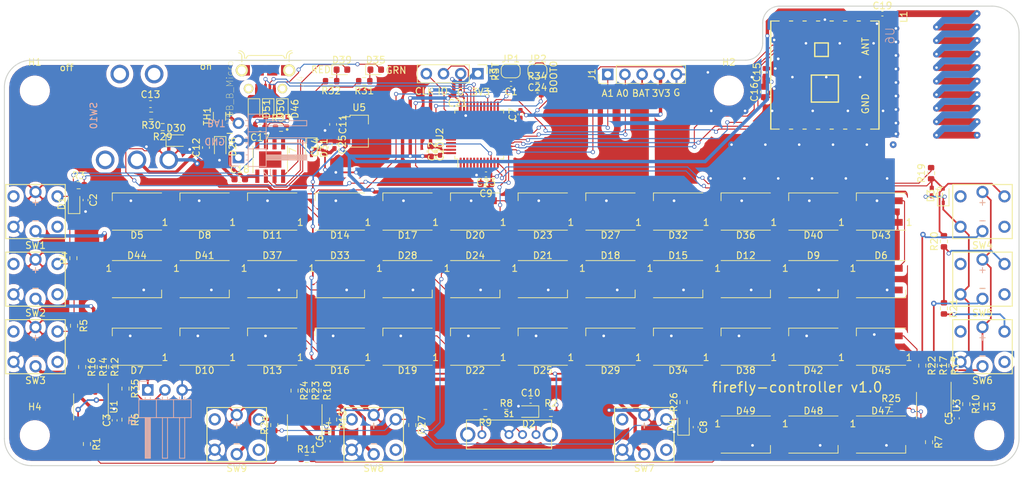
<source format=kicad_pcb>
(kicad_pcb (version 20221018) (generator pcbnew)
  (layers (0 "F.Cu" signal) (31 "B.Cu" signal) (34 "B.Paste" user) (35 "F.Paste" user) (36 "B.SilkS" user "B.Silkscreen") (37 "F.SilkS" user "F.Silkscreen") (38 "B.Mask" user) (39 "F.Mask" user) (44 "Edge.Cuts" user))
  (net 0 "")
  (net 1 "Net-(C1-Pad2)")
  (net 2 "GND")
  (net 3 "/SW_LEFT")
  (net 4 "Net-(C3-Pad1)")
  (net 5 "/SW_MODE")
  (net 6 "Net-(C5-Pad1)")
  (net 7 "Net-(C6-Pad1)")
  (net 8 "/SW_RIGHT")
  (net 9 "/SW_ACTION")
  (net 10 "+BATT")
  (net 11 "/BATT_DIRECT")
  (net 12 "/VBATT_DIV")
  (net 13 "VBUS")
  (net 14 "/ANTENNA")
  (net 15 "Net-(C19-Pad1)")
  (net 16 "Net-(D5-Pad2)")
  (net 17 "Net-(D6-Pad2)")
  (net 18 "Net-(D43-Pad2)")
  (net 19 "Net-(D10-Pad4)")
  (net 20 "Net-(D44-Pad2)")
  (net 21 "Net-(D11-Pad4)")
  (net 22 "Net-(D12-Pad4)")
  (net 23 "Net-(D10-Pad2)")
  (net 24 "Net-(D11-Pad2)")
  (net 25 "Net-(D12-Pad2)")
  (net 26 "Net-(D13-Pad2)")
  (net 27 "Net-(D14-Pad2)")
  (net 28 "Net-(D15-Pad2)")
  (net 29 "Net-(D16-Pad2)")
  (net 30 "Net-(D17-Pad2)")
  (net 31 "Net-(D18-Pad2)")
  (net 32 "Net-(D19-Pad2)")
  (net 33 "Net-(D20-Pad2)")
  (net 34 "Net-(D21-Pad2)")
  (net 35 "Net-(D22-Pad2)")
  (net 36 "Net-(D23-Pad2)")
  (net 37 "Net-(D24-Pad2)")
  (net 38 "Net-(D25-Pad2)")
  (net 39 "Net-(D27-Pad2)")
  (net 40 "Net-(D28-Pad2)")
  (net 41 "Net-(D29-Pad2)")
  (net 42 "Net-(D32-Pad2)")
  (net 43 "Net-(D33-Pad2)")
  (net 44 "Net-(D34-Pad2)")
  (net 45 "Net-(D35-Pad1)")
  (net 46 "Net-(D36-Pad2)")
  (net 47 "Net-(D37-Pad2)")
  (net 48 "Net-(D38-Pad2)")
  (net 49 "Net-(D39-Pad2)")
  (net 50 "Net-(D39-Pad1)")
  (net 51 "Net-(D40-Pad2)")
  (net 52 "Net-(D41-Pad2)")
  (net 53 "Net-(D42-Pad2)")
  (net 54 "Net-(D45-Pad2)")
  (net 55 "/AUX0")
  (net 56 "/AUX1")
  (net 57 "Net-(J2-Pad3)")
  (net 58 "/SWCLK")
  (net 59 "/SWDIO")
  (net 60 "/LED_OUT")
  (net 61 "Net-(R1-Pad1)")
  (net 62 "Net-(R4-Pad1)")
  (net 63 "Net-(R5-Pad2)")
  (net 64 "Net-(R7-Pad1)")
  (net 65 "Net-(R8-Pad1)")
  (net 66 "Net-(R9-Pad2)")
  (net 67 "Net-(R11-Pad1)")
  (net 68 "Net-(R12-Pad2)")
  (net 69 "/BLED_0")
  (net 70 "Net-(R14-Pad2)")
  (net 71 "/BLED_1")
  (net 72 "Net-(R15-Pad2)")
  (net 73 "/BLED_3")
  (net 74 "Net-(R16-Pad2)")
  (net 75 "/BLED_2")
  (net 76 "Net-(R17-Pad2)")
  (net 77 "/BLED_4")
  (net 78 "Net-(R18-Pad2)")
  (net 79 "/BLED_6")
  (net 80 "Net-(R20-Pad1)")
  (net 81 "Net-(R21-Pad2)")
  (net 82 "Net-(R22-Pad2)")
  (net 83 "/BLED_5")
  (net 84 "Net-(R23-Pad2)")
  (net 85 "/BLED_7")
  (net 86 "Net-(R24-Pad2)")
  (net 87 "/BLED_8")
  (net 88 "Net-(R25-Pad2)")
  (net 89 "Net-(R27-Pad1)")
  (net 90 "Net-(R28-Pad2)")
  (net 91 "/~{STDBY}")
  (net 92 "/~{CHRG}")
  (net 93 "Net-(R33-Pad1)")
  (net 94 "/DIO0")
  (net 95 "/NSS")
  (net 96 "/MISO")
  (net 97 "/MOSI")
  (net 98 "/SCK")
  (net 99 "Net-(D47-Pad2)")
  (net 100 "Net-(D48-Pad2)")
  (net 101 "/BOOT0")
  (net 102 "/USB+")
  (net 103 "/USB-")
  (net 104 "Net-(D49-Pad2)")
  (net 105 "VCC")
  (net 106 "Net-(D47-Pad4)")
  (net 107 "Net-(R1-Pad2)")
  (net 108 "Net-(R35-Pad2)")
  (net 109 "Net-(J5-Pad2)")
  (footprint "Capacitor_SMD:C_0402_1005Metric_Pad0.74x0.62mm_HandSolder" (layer "F.Cu") (at 105.3 101.1 180)
    (fp_text reference "C1")
    (fp_text value "0.1uF")
  )
  (footprint "Capacitor_SMD:C_0402_1005Metric_Pad0.74x0.62mm_HandSolder" (layer "F.Cu") (at 46.7 150.9 90)
    (fp_text reference "C3")
    (fp_text value "0.1uF")
  )
  (footprint "Capacitor_SMD:C_0402_1005Metric_Pad0.74x0.62mm_HandSolder" (layer "F.Cu") (at 171.2 150.6 90)
    (fp_text reference "C5")
    (fp_text value "0.1uF")
  )
  (footprint "Capacitor_SMD:C_0402_1005Metric_Pad0.74x0.62mm_HandSolder" (layer "F.Cu") (at 78.2 154 90)
    (fp_text reference "C6")
    (fp_text value "0.1uF")
  )
  (footprint "Capacitor_SMD:C_0402_1005Metric_Pad0.74x0.62mm_HandSolder" (layer "F.Cu") (at 106.7 105.6 90)
    (fp_text reference "C7")
    (fp_text value "0.1uF")
  )
  (footprint "Capacitor_SMD:C_0603_1608Metric" (layer "F.Cu") (at 101.6 115.9 180)
    (fp_text reference "C9")
    (fp_text value "4.7uF")
  )
  (footprint "Capacitor_SMD:C_0603_1608Metric" (layer "F.Cu") (at 79 107.1 -90)
    (fp_text reference "C11")
    (fp_text value "4.7uF")
  )
  (footprint "Capacitor_SMD:C_0603_1608Metric" (layer "F.Cu") (at 60.2 110.525 90)
    (fp_text reference "C12")
    (fp_text value "4.7uF")
  )
  (footprint "Capacitor_SMD:C_0603_1608Metric" (layer "F.Cu") (at 52 104.1)
    (fp_text reference "C13")
    (fp_text value "4.7uF")
  )
  (footprint "Capacitor_SMD:C_0603_1608Metric" (layer "F.Cu") (at 77.8 110.5 90)
    (fp_text reference "C14")
    (fp_text value "4.7uF")
  )
  (footprint "Capacitor_SMD:C_0402_1005Metric_Pad0.74x0.62mm_HandSolder" (layer "F.Cu") (at 142.8 99.4 90)
    (fp_text reference "C15")
    (fp_text value "0.1uF")
  )
  (footprint "Capacitor_SMD:C_0603_1608Metric" (layer "F.Cu") (at 142.7 102.3 90)
    (fp_text reference "C16")
    (fp_text value "4.7uF")
  )
  (footprint "Capacitor_SMD:C_0603_1608Metric" (layer "F.Cu") (at 68.2 107.6 180)
    (fp_text reference "C17")
    (fp_text value "4.7uF")
  )
  (footprint "Capacitor_SMD:C_0603_1608Metric" (layer "F.Cu") (at 65.2 115.2)
    (fp_text reference "C18")
    (fp_text value "4.7uF")
  )
  (footprint "Capacitor_SMD:C_0402_1005Metric_Pad0.74x0.62mm_HandSolder" (layer "F.Cu") (at 160.2 90.7)
    (fp_text reference "C19")
    (fp_text value "1pF")
  )
  (footprint "Diode_SMD:D_SOD-323" (layer "F.Cu") (at 40.7 118.8 90)
    (fp_text reference "D1")
    (fp_text value "D_TVS")
  )
  (footprint "Diode_SMD:D_SOD-323" (layer "F.Cu") (at 107.9 149.6 180)
    (fp_text reference "D2")
    (fp_text value "D_TVS")
  )
  (footprint "Diode_SMD:D_SOD-323" (layer "F.Cu") (at 169.2 117.65 90)
    (fp_text reference "D3")
    (fp_text value "D_TVS")
  )
  (footprint "Diode_SMD:D_SOD-323" (layer "F.Cu") (at 130.8 151.6 90)
    (fp_text reference "D4")
    (fp_text value "D_TVS")
  )
  (footprint "LED_SMD:LED_WS2812B_PLCC4_5.0x5.0mm_P3.2mm" (layer "F.Cu") (at 50 120 180)
    (fp_text reference "D5")
    (fp_text value "WS2812B")
  )
  (footprint "LED_SMD:LED_WS2812B_PLCC4_5.0x5.0mm_P3.2mm" (layer "F.Cu") (at 160 130)
    (fp_text reference "D6")
    (fp_text value "WS2812B")
  )
  (footprint "LED_SMD:LED_WS2812B_PLCC4_5.0x5.0mm_P3.2mm" (layer "F.Cu") (at 50 140 180)
    (fp_text reference "D7")
    (fp_text value "WS2812B")
  )
  (footprint "LED_SMD:LED_WS2812B_PLCC4_5.0x5.0mm_P3.2mm" (layer "F.Cu") (at 60 140 180)
    (fp_text reference "D10")
    (fp_text value "WS2812B")
  )
  (footprint "LED_SMD:LED_WS2812B_PLCC4_5.0x5.0mm_P3.2mm" (layer "F.Cu") (at 70 120 180)
    (fp_text reference "D11")
    (fp_text value "WS2812B")
  )
  (footprint "LED_SMD:LED_WS2812B_PLCC4_5.0x5.0mm_P3.2mm" (layer "F.Cu") (at 70 140 180)
    (fp_text reference "D13")
    (fp_text value "WS2812B")
  )
  (footprint "LED_SMD:LED_WS2812B_PLCC4_5.0x5.0mm_P3.2mm" (layer "F.Cu") (at 90 120 180)
    (fp_text reference "D17")
    (fp_text value "WS2812B")
  )
  (footprint "LED_SMD:LED_WS2812B_PLCC4_5.0x5.0mm_P3.2mm" (layer "F.Cu") (at 90 140 180)
    (fp_text reference "D19")
    (fp_text value "WS2812B")
  )
  (footprint "LED_SMD:LED_WS2812B_PLCC4_5.0x5.0mm_P3.2mm" (layer "F.Cu") (at 100 120 180)
    (fp_text reference "D20")
    (fp_text value "WS2812B")
  )
  (footprint "LED_SMD:LED_WS2812B_PLCC4_5.0x5.0mm_P3.2mm" (layer "F.Cu") (at 100 140 180)
    (fp_text reference "D22")
    (fp_text value "WS2812B")
  )
  (footprint "LED_SMD:LED_WS2812B_PLCC4_5.0x5.0mm_P3.2mm" (layer "F.Cu") (at 110 120 180)
    (fp_text reference "D23")
    (fp_text value "WS2812B")
  )
  (footprint "LED_SMD:LED_WS2812B_PLCC4_5.0x5.0mm_P3.2mm" (layer "F.Cu") (at 100 130)
    (fp_text reference "D24")
    (fp_text value "WS2812B")
  )
  (footprint "LED_SMD:LED_WS2812B_PLCC4_5.0x5.0mm_P3.2mm" (layer "F.Cu") (at 110 140 180)
    (fp_text reference "D25")
    (fp_text value "WS2812B")
  )
  (footprint "Diode_SMD:D_SOD-323" (layer "F.Cu") (at 62.3 110.4 -90)
    (fp_text reference "D26")
    (fp_text value "D_TVS")
  )
  (footprint "LED_SMD:LED_WS2812B_PLCC4_5.0x5.0mm_P3.2mm" (layer "F.Cu") (at 120 120 180)
    (fp_text reference "D27")
    (fp_text value "WS2812B")
  )
  (footprint "LED_SMD:LED_WS2812B_PLCC4_5.0x5.0mm_P3.2mm" (layer "F.Cu") (at 90 130)
    (fp_text reference "D28")
    (fp_text value "WS2812B")
  )
  (footprint "LED_SMD:LED_WS2812B_PLCC4_5.0x5.0mm_P3.2mm" (layer "F.Cu") (at 120 140 180)
    (fp_text reference "D29")
    (fp_text value "WS2812B")
  )
  (footprint "Diode_SMD:D_SOD-323" (layer "F.Cu") (at 55.8 109.5)
    (fp_text reference "D30")
    (fp_text value "D_TVS")
  )
  (footprint "Diode_SMD:D_SOD-323" (layer "F.Cu") (at 75.8 110.6 -90)
    (fp_text reference "D31")
    (fp_text value "D_TVS")
  )
  (footprint "LED_SMD:LED_WS2812B_PLCC4_5.0x5.0mm_P3.2mm" (layer "F.Cu") (at 130 120 180)
    (fp_text reference "D32")
    (fp_text value "WS2812B")
  )
  (footprint "LED_SMD:LED_WS2812B_PLCC4_5.0x5.0mm_P3.2mm" (layer "F.Cu") (at 80 130)
    (fp_text reference "D33")
    (fp_text value "WS2812B")
  )
  (footprint "LED_SMD:LED_WS2812B_PLCC4_5.0x5.0mm_P3.2mm" (layer "F.Cu") (at 130 140 180)
    (fp_text reference "D34")
    (fp_text value "WS2812B")
  )
  (footprint "LED_SMD:LED_0603_1608Metric" (layer "F.Cu") (at 85.3 99)
    (fp_text reference "D35")
    (fp_text value "GREEN")
  )
  (footprint "LED_SMD:LED_WS2812B_PLCC4_5.0x5.0mm_P3.2mm" (layer "F.Cu") (at 140 120 180)
    (fp_text reference "D36")
    (fp_text value "WS2812B")
  )
  (footprint "LED_SMD:LED_WS2812B_PLCC4_5.0x5.0mm_P3.2mm" (layer "F.Cu") (at 140 140 180)
    (fp_text reference "D38")
    (fp_text value "WS2812B")
  )
  (footprint "LED_SMD:LED_0603_1608Metric" (layer "F.Cu") (at 80.3 99)
    (fp_text reference "D39")
    (fp_text value "RED")
  )
  (footprint "LED_SMD:LED_WS2812B_PLCC4_5.0x5.0mm_P3.2mm" (layer "F.Cu") (at 150 120 180)
    (fp_text reference "D40")
    (fp_text value "WS2812B")
  )
  (footprint "LED_SMD:LED_WS2812B_PLCC4_5.0x5.0mm_P3.2mm" (layer "F.Cu") (at 60 130)
    (fp_text reference "D41")
    (fp_text value "WS2812B")
  )
  (footprint "LED_SMD:LED_WS2812B_PLCC4_5.0x5.0mm_P3.2mm" (layer "F.Cu") (at 150 140 180)
    (fp_text reference "D42")
    (fp_text value "WS2812B")
  )
  (footprint "LED_SMD:LED_WS2812B_PLCC4_5.0x5.0mm_P3.2mm" (layer "F.Cu") (at 160 120 180)
    (fp_text reference "D43")
    (fp_text value "WS2812B")
  )
  (footprint "LED_SMD:LED_WS2812B_PLCC4_5.0x5.0mm_P3.2mm" (layer "F.Cu") (at 50 130)
    (fp_text reference "D44")
    (fp_text value "WS2812B")
  )
  (footprint "LED_SMD:LED_WS2812B_PLCC4_5.0x5.0mm_P3.2mm" (layer "F.Cu") (at 160 140 180)
    (fp_text reference "D45")
    (fp_text value "WS2812B")
  )
  (footprint "Diode_SMD:D_SOD-323" (layer "F.Cu") (at 71.5 104.8 -90)
    (fp_text reference "D46")
    (fp_text value "D_TVS")
  )
  (footprint "MountingHole:MountingHole_3.2mm_M3" (layer "F.Cu") (at 34.9 102.1)
    (fp_text reference "H1")
    (fp_text value "MountingHole")
  )
  (footprint "MountingHole:MountingHole_3.2mm_M3" (layer "F.Cu") (at 137.5 102.1)
    (fp_text reference "H2")
    (fp_text value "MountingHole")
  )
  (footprint "MountingHole:MountingHole_3.2mm_M3" (layer "F.Cu") (at 176 153.1)
    (fp_text reference "H3")
    (fp_text value "MountingHole")
  )
  (footprint "MountingHole:MountingHole_3.2mm_M3" (layer "F.Cu") (at 34.9 153.1)
    (fp_text reference "H4")
    (fp_text value "MountingHole")
  )
  (footprint "Connector_PinHeader_2.54mm:PinHeader_1x05_P2.54mm_Vertical" (layer "F.Cu") (at 119.6 99.7 90)
    (fp_text reference "J1")
    (fp_text value "Conn_01x05")
  )
  (footprint "Connector_PinHeader_2.54mm:PinHeader_1x04_P2.54mm_Vertical" (layer "F.Cu") (at 100.4 99.6 -90)
    (fp_text reference "J3")
    (fp_text value "Conn_01x04")
  )
  (footprint "Jumper:SolderJumper-2_P1.3mm_Open_RoundedPad1.0x1.5mm" (layer "F.Cu") (at 105.25 99.2)
    (fp_text reference "JP1")
    (fp_text value "SolderJumper_2_Open")
  )
  (footprint "Inductor_SMD:L_0402_1005Metric" (layer "F.Cu") (at 162.2 91.2 -90)
    (fp_text reference "L1")
    (fp_text value "10nH")
  )
  (footprint "Resistor_SMD:R_0603_1608Metric" (layer "F.Cu") (at 42.6 154.4 -90)
    (fp_text reference "R1")
    (fp_text value "33R")
  )
  (footprint "Resistor_SMD:R_0603_1608Metric" (layer "F.Cu") (at 41.375 116.1)
    (fp_text reference "R3")
    (fp_text value "47k")
  )
  (footprint "Resistor_SMD:R_0603_1608Metric" (layer "F.Cu") (at 40.6 126.9 90)
    (fp_text reference "R4")
    (fp_text value "24k")
  )
  (footprint "Resistor_SMD:R_0603_1608Metric" (layer "F.Cu") (at 40.7 136.9 -90)
    (fp_text reference "R5")
    (fp_text value "68k")
  )
  (footprint "Resistor_SMD:R_0603_1608Metric" (layer "F.Cu") (at 48.3 150.8 -90)
    (fp_text reference "R6")
    (fp_text value "100R")
  )
  (footprint "Resistor_SMD:R_0603_1608Metric" (layer "F.Cu") (at 167.1 154.125 -90)
    (fp_text reference "R7")
    (fp_text value "33R")
  )
  (footprint "Resistor_SMD:R_0603_1608Metric" (layer "F.Cu") (at 104.6 149.8)
    (fp_text reference "R8")
    (fp_text value "240k")
  )
  (footprint "Resistor_SMD:R_0603_1608Metric" (layer "F.Cu") (at 101.5 149.8 180)
    (fp_text reference "R9")
    (fp_text value "680k")
  )
  (footprint "Resistor_SMD:R_0603_1608Metric" (layer "F.Cu") (at 172.6 148.5 -90)
    (fp_text reference "R10")
    (fp_text value "100R")
  )
  (footprint "Resistor_SMD:R_0603_1608Metric" (layer "F.Cu") (at 75.1 156.6)
    (fp_text reference "R11")
    (fp_text value "33R")
  )
  (footprint "Resistor_SMD:R_0603_1608Metric" (layer "F.Cu") (at 45.3 143 -90)
    (fp_text reference "R12")
    (fp_text value "0R")
  )
  (footprint "Resistor_SMD:R_0603_1608Metric" (layer "F.Cu") (at 79 150.775 -90)
    (fp_text reference "R13")
    (fp_text value "100R")
  )
  (footprint "Resistor_SMD:R_0603_1608Metric" (layer "F.Cu") (at 43.6 143 -90)
    (fp_text reference "R14")
    (fp_text value "0R")
  )
  (footprint "Resistor_SMD:R_0603_1608Metric" (layer "F.Cu") (at 41.9 143 -90)
    (fp_text reference "R16")
    (fp_text value "0R")
  )
  (footprint "Resistor_SMD:R_0603_1608Metric" (layer "F.Cu") (at 167.8 142.8 -90)
    (fp_text reference "R17")
    (fp_text value "0R")
  )
  (footprint "Resistor_SMD:R_0603_1608Metric" (layer "F.Cu") (at 76.7 146.5 -90)
    (fp_text reference "R18")
    (fp_text value "0R")
  )
  (footprint "Resistor_SMD:R_0603_1608Metric" (layer "F.Cu") (at 167.4 114.325 90)
    (fp_text reference "R19")
    (fp_text value "47k")
  )
  (footprint "Resistor_SMD:R_0603_1608Metric" (layer "F.Cu") (at 169.3 124.4 90)
    (fp_text reference "R20")
    (fp_text value "24k")
  )
  (footprint "Resistor_SMD:R_0603_1608Metric" (layer "F.Cu") (at 169.3 134.325 -90)
    (fp_text reference "R21")
    (fp_text value "68k")
  )
  (footprint "Resistor_SMD:R_0603_1608Metric" (layer "F.Cu") (at 166.1 142.8 -90)
    (fp_text reference "R22")
    (fp_text value "0R")
  )
  (footprint "Resistor_SMD:R_0603_1608Metric" (layer "F.Cu") (at 75 146.5 -90)
    (fp_text reference "R23")
    (fp_text value "0R")
  )
  (footprint "Resistor_SMD:R_0603_1608Metric" (layer "F.Cu") (at 73.3 146.5 -90)
    (fp_text reference "R24")
    (fp_text value "0R")
  )
  (footprint "Resistor_SMD:R_0603_1608Metric" (layer "F.Cu") (at 161.5 149.1)
    (fp_text reference "R25")
    (fp_text value "33R")
  )
  (footprint "Resistor_SMD:R_0603_1608Metric" (layer "F.Cu") (at 130.8 148.2 90)
    (fp_text reference "R26")
    (fp_text value "47k")
  )
  (footprint "Resistor_SMD:R_0603_1608Metric" (layer "F.Cu") (at 90.7 151.6 -90)
    (fp_text reference "R27")
    (fp_text value "24k")
  )
  (footprint "Resistor_SMD:R_0603_1608Metric" (layer "F.Cu") (at 70.3 151.6 90)
    (fp_text reference "R28")
    (fp_text value "68k")
  )
  (footprint "Resistor_SMD:R_0603_1608Metric" (layer "F.Cu") (at 53.8 107.5 180)
    (fp_text reference "R29")
    (fp_text value "62k")
  )
  (footprint "Resistor_SMD:R_0603_1608Metric" (layer "F.Cu") (at 52.1 105.8 180)
    (fp_text reference "R30")
    (fp_text value "180k")
  )
  (footprint "Resistor_SMD:R_0603_1608Metric" (layer "F.Cu") (at 83.6 100.7 180)
    (fp_text reference "R31")
    (fp_text value "1k")
  )
  (footprint "Resistor_SMD:R_0603_1608Metric" (layer "F.Cu") (at 78.7 100.7 180)
    (fp_text reference "R32")
    (fp_text value "1k")
  )
  (footprint "Resistor_SMD:R_0603_1608Metric" (layer "F.Cu") (at 71.3 107.6)
    (fp_text reference "R33")
    (fp_text value "3k3")
  )
  (footprint "snapeda:OS102011MS8QP1" (layer "F.Cu") (at 105 153)
    (fp_text reference "S1")
    (fp_text value "OS103011MS8QP1")
  )
  (footprint "homebrew:SW_CK_TA" (layer "F.Cu") (at 35 120)
    (fp_text reference "SW1")
    (fp_text value "ILS_TA180_50")
  )
  (footprint "homebrew:SW_CK_TA" (layer "F.Cu") (at 35 130)
    (fp_text reference "SW2")
    (fp_text value "ILS_TA180_50")
  )
  (footprint "homebrew:SW_CK_TA" (layer "F.Cu") (at 35 140)
    (fp_text reference "SW3")
    (fp_text value "ILS_TA180_50")
  )
  (footprint "homebrew:SW_CK_TA" (layer "F.Cu") (at 175 120)
    (fp_text reference "SW4")
    (fp_text value "ILS_TA180_50")
  )
  (footprint "homebrew:SW_CK_TA" (layer "F.Cu") (at 175 130)
    (fp_text reference "SW5")
    (fp_text value "ILS_TA180_50")
  )
  (footprint "homebrew:SW_CK_TA" (layer "F.Cu") (at 175 140)
    (fp_text reference "SW6")
    (fp_text value "ILS_TA180_50")
  )
  (footprint "homebrew:SW_CK_TA" (layer "F.Cu") (at 125 153)
    (fp_text reference "SW7")
    (fp_text value "ILS_TA180_50")
  )
  (footprint "homebrew:SW_CK_TA" (layer "F.Cu") (at 85 153)
    (fp_text reference "SW8")
    (fp_text value "ILS_TA180_50")
  )
  (footprint "homebrew:SW_CK_TA" (layer "F.Cu") (at 64.75 153)
    (fp_text reference "SW9")
    (fp_text value "ILS_TA180_50")
  )
  (footprint "Fuse:Fuse_1206_3216Metric_Pad1.42x1.75mm_HandSolder" (layer "F.Cu") (at 62.2 105.9 90)
    (fp_text reference "TH1")
    (fp_text value "Thermistor_PTC")
  )
  (footprint "Package_SO:SOP-8_3.9x4.9mm_P1.27mm" (layer "F.Cu") (at 43.2 148.9 -90)
    (fp_text reference "U1")
    (fp_text value "WS2811")
  )
  (footprint "Package_SO:SOP-8_3.9x4.9mm_P1.27mm" (layer "F.Cu") (at 167.8 148.7 -90)
    (fp_text reference "U3")
    (fp_text value "WS2811")
  )
  (footprint "Package_SO:SOP-8_3.9x4.9mm_P1.27mm" (layer "F.Cu") (at 74.8 152 -90)
    (fp_text reference "U4")
    (fp_text value "WS2811")
  )
  (footprint "Package_TO_SOT_SMD:SOT-89-3" (layer "F.Cu") (at 82.55 108.1)
    (fp_text reference "U5")
    (fp_text value "HT75xx-1-SOT89")
  )
  (footprint "homebrew:RFM69CW-minimalpads" (layer "F.Cu") (at 151.7 99.8 -90)
    (fp_text reference "U6")
    (fp_text value "RFM69CW-915MHZ" hide)
  )
  (footprint "snapeda:SOP127P600X175-9N" (layer "F.Cu") (at 69.7 112.3 -90)
    (fp_text reference "U7")
    (fp_text value "TP4056")
  )
  (footprint "LED_SMD:LED_WS2812B_PLCC4_5.0x5.0mm_P3.2mm" (layer "F.Cu") (at 160 153)
    (fp_text reference "D47")
    (fp_text value "WS2812B")
  )
  (footprint "LED_SMD:LED_WS2812B_PLCC4_5.0x5.0mm_P3.2mm" (layer "F.Cu") (at 150 153)
    (fp_text reference "D48")
    (fp_text value "WS2812B")
  )
  (footprint "LED_SMD:LED_WS2812B_PLCC4_5.0x5.0mm_P3.2mm" (layer "F.Cu") (at 140 153)
    (fp_text reference "D49")
    (fp_text value "WS2812B")
  )
  (footprint "LED_SMD:LED_WS2812B_PLCC4_5.0x5.0mm_P3.2mm" (layer "F.Cu") (at 60 120 180)
    (fp_text reference "D8")
    (fp_text value "WS2812B")
  )
  (footprint "LED_SMD:LED_WS2812B_PLCC4_5.0x5.0mm_P3.2mm" (layer "F.Cu") (at 80 120 180)
    (fp_text reference "D14")
    (fp_text value "WS2812B")
  )
  (footprint "LED_SMD:LED_WS2812B_PLCC4_5.0x5.0mm_P3.2mm" (layer "F.Cu") (at 80 140 180)
    (fp_text reference "D16")
    (fp_text value "WS2812B")
  )
  (footprint "LED_SMD:LED_WS2812B_PLCC4_5.0x5.0mm_P3.2mm" (layer "F.Cu") (at 70 130)
    (fp_text reference "D37")
    (fp_text value "WS2812B")
  )
  (footprint "LED_SMD:LED_WS2812B_PLCC4_5.0x5.0mm_P3.2mm" (layer "F.Cu") (at 140 130)
    (fp_text reference "D12")
    (fp_text value "WS2812B")
  )
  (footprint "LED_SMD:LED_WS2812B_PLCC4_5.0x5.0mm_P3.2mm" (layer "F.Cu") (at 110 130)
    (fp_text reference "D21")
    (fp_text value "WS2812B")
  )
  (footprint "LED_SMD:LED_WS2812B_PLCC4_5.0x5.0mm_P3.2mm" (layer "F.Cu") (at 120 130)
    (fp_text reference "D18")
    (fp_text value "WS2812B")
  )
  (footprint "LED_SMD:LED_WS2812B_PLCC4_5.0x5.0mm_P3.2mm" (layer "F.Cu") (at 150 130)
    (fp_text reference "D9")
    (fp_text value "WS2812B")
  )
  (footprint "LED_SMD:LED_WS2812B_PLCC4_5.0x5.0mm_P3.2mm" (layer "F.Cu") (at 130 130)
    (fp_text reference "D15")
    (fp_text value "WS2812B")
  )
  (footprint "Capacitor_SMD:C_0603_1608Metric" (layer "F.Cu") (at 93.4 111.1 -90)
    (fp_text reference "C20")
    (fp_text value "4.7uF")
  )
  (footprint "Capacitor_SMD:C_0402_1005Metric_Pad0.74x0.62mm_HandSolder" (layer "F.Cu") (at 97.4 102.8 180)
    (fp_text reference "C21")
    (fp_text value "0.1uF")
  )
  (footprint "Capacitor_SMD:C_0402_1005Metric_Pad0.74x0.62mm_HandSolder" (layer "F.Cu") (at 94.8 111.1 90)
    (fp_text reference "C22")
    (fp_text value "0.1uF")
  )
  (footprint "Capacitor_SMD:C_0402_1005Metric_Pad0.74x0.62mm_HandSolder" (layer "F.Cu") (at 101.6 114.5 180)
    (fp_text reference "C23")
    (fp_text value "0.1uF")
  )
  (footprint "Capacitor_SMD:C_0402_1005Metric_Pad0.74x0.62mm_HandSolder" (layer "F.Cu") (at 109.2 102.8)
    (fp_text reference "C24")
    (fp_text value "0.1uF")
  )
  (footprint "Jumper:SolderJumper-2_P1.3mm_Open_RoundedPad1.0x1.5mm" (layer "F.Cu") (at 109.2 99.2)
    (fp_text reference "JP2")
    (fp_text value "SolderJumper_2_Open")
  )
  (footprint "Resistor_SMD:R_0603_1608Metric" (layer "F.Cu") (at 109.2 101.4)
    (fp_text reference "R34")
    (fp_text value "24k")
  )
  (footprint "Package_QFP:LQFP-48_7x7mm_P0.5mm" (layer "F.Cu") (at 100.6 108.6 90)
    (fp_text reference "U2")
    (fp_text value "STM32F103C8Tx")
  )
  (footprint "homebrew:FRAMATOME_10118194-0001LF_fixed_bridges" (layer "F.Cu") (at 69 99.1 180)
    (fp_text reference "J4")
    (fp_text value "USB_B_Micro")
  )
  (footprint "Capacitor_SMD:C_0402_1005Metric_Pad0.74x0.62mm_HandSolder" (layer "F.Cu") (at 42.4 118.3 -90)
    (fp_text reference "C2")
    (fp_text value "0.1uF")
  )
  (footprint "Capacitor_SMD:C_0402_1005Metric_Pad0.74x0.62mm_HandSolder" (layer "F.Cu") (at 167.5 117.1 -90)
    (fp_text reference "C4")
    (fp_text value "0.1uF")
  )
  (footprint "Capacitor_SMD:C_0402_1005Metric_Pad0.74x0.62mm_HandSolder" (layer "F.Cu") (at 132.6 151.9 -90)
    (fp_text reference "C8")
    (fp_text value "0.1uF")
  )
  (footprint "Capacitor_SMD:C_0402_1005Metric_Pad0.74x0.62mm_HandSolder" (layer "F.Cu") (at 108.2 148)
    (fp_text reference "C10")
    (fp_text value "0.1uF")
  )
  (footprint "Diode_SMD:D_SOD-323" (layer "F.Cu") (at 69.4 104.8 -90)
    (fp_text reference "D50")
    (fp_text value "D_TVS")
  )
  (footprint "Diode_SMD:D_SOD-323" (layer "F.Cu") (at 67.3 104.8 -90)
    (fp_text reference "D51")
    (fp_text value "D_TVS")
  )
  (footprint "Capacitor_SMD:C_0402_1005Metric_Pad0.74x0.62mm_HandSolder" (layer "F.Cu") (at 79.2 110.1 -90)
    (fp_text reference "C25")
    (fp_text value "0.1uF")
  )
  (footprint "Resistor_SMD:R_0603_1608Metric" (layer "F.Cu") (at 111.2 149.8)
    (fp_text reference "R2")
    (fp_text value "470k")
  )
  (footprint "Resistor_SMD:R_0603_1608Metric" (layer "F.Cu") (at 169.5 142.8 -90)
    (fp_text reference "R15")
    (fp_text value "0R")
  )
  (footprint "Resistor_SMD:R_0603_1608Metric" (layer "F.Cu") (at 48.3 146.2 -90)
    (fp_text reference "R35")
    (fp_text value "33R")
  )
  (footprint "Connector_PinHeader_2.54mm:PinHeader_1x03_P2.54mm_Horizontal" (layer "B.Cu") (at 65 112)
    (fp_text reference "J2")
    (fp_text value "Conn_01x03")
  )
  (footprint "homebrew:ANR11R11P2HQE" (layer "B.Cu") (at 50 106 -90)
    (fp_text reference "SW10")
    (fp_text value "SW_SPDT")
  )
  (footprint "Connector_PinHeader_2.54mm:PinHeader_1x03_P2.54mm_Horizontal" (layer "B.Cu") (at 51.6 146.4 -90)
    (fp_text reference "J5")
    (fp_text value "Conn_01x03")
  )
  (gr_line (start 30.4 101.6) (end 30.4 153.6) (stroke (width 0.15)) (layer "Edge.Cuts"))
  (gr_line (start 34.4 157.6) (end 176.4 157.6) (stroke (width 0.15)) (layer "Edge.Cuts"))
  (gr_line (start 180.4 153.6) (end 180.4 93.6) (stroke (width 0.15)) (layer "Edge.Cuts"))
  (gr_line (start 142.5 92.1) (end 142.5 95.1) (stroke (width 0.15)) (layer "Edge.Cuts"))
  (gr_arc (start 142.5 92.1) (mid 143.232233 90.332233) (end 145 89.6) (stroke (width 0.15)) (layer "Edge.Cuts"))
  (gr_line (start 145 89.6) (end 176.4 89.6) (stroke (width 0.15)) (layer "Edge.Cuts"))
  (gr_arc (start 30.4 101.6) (mid 31.571573 98.771573) (end 34.4 97.6) (stroke (width 0.15)) (layer "Edge.Cuts"))
  (gr_arc (start 142.5 95.1) (mid 141.767767 96.867767) (end 140 97.6) (stroke (width 0.15)) (layer "Edge.Cuts"))
  (gr_arc (start 180.4 153.6) (mid 179.228427 156.428427) (end 176.4 157.6) (stroke (width 0.15)) (layer "Edge.Cuts"))
  (gr_arc (start 34.4 157.6) (mid 31.571573 156.428427) (end 30.4 153.6) (stroke (width 0.15)) (layer "Edge.Cuts"))
  (gr_arc (start 176.4 89.6) (mid 179.228427 90.771573) (end 180.4 93.6) (stroke (width 0.15)) (layer "Edge.Cuts"))
  (gr_line (start 140 97.6) (end 34.4 97.6) (stroke (width 0.15)) (layer "Edge.Cuts"))
  (gr_text "BAT" (at 61.7 106.9 180) (layer "B.SilkS") (effects (font (size 1 1)) (justify mirror)))
  (gr_text "GND" (at 61.5 109.7) (layer "B.SilkS") (effects (font (size 1 1)) (justify mirror)))
  (gr_text "A0" (at 121.8 102.5) (layer "F.SilkS") (effects (font (size 1 1))))
  (gr_text "A1" (at 119.6 102.5) (layer "F.SilkS") (effects (font (size 1 1))))
  (gr_text "3V3" (at 100.8 102.3) (layer "F.SilkS") (effects (font (size 1 1))))
  (gr_text "off" (at 39.6 98.7) (layer "F.SilkS") (effects (font (size 1 1))))
  (gr_text "3V3" (at 127.5 102.5) (layer "F.SilkS") (effects (font (size 1 1))))
  (gr_text "on" (at 60.2 98.5) (layer "F.SilkS") (effects (font (size 1 1))))
  (gr_text "+" (at 63.7 105.7 180) (layer "F.SilkS") (effects (font (size 1 1))))
  (gr_text "GRN" (at 88.3 99.1) (layer "F.SilkS") (effects (font (size 1 1))))
  (gr_text "firefly-controller v1.0" (at 147.6 146) (layer "F.SilkS") (effects (font (size 1.5 1.5) (thickness 0.2))))
  (gr_text "RST" (at 103 99.3 90) (layer "F.SilkS") (effects (font (size 1 1))))
  (gr_text "G" (at 97.8 102.3) (layer "F.SilkS") (effects (font (size 1 1))))
  (gr_text "BOOT0" (at 111.6 100.1 90) (layer "F.SilkS") (effects (font (size 1 1))))
  (gr_text "IO" (at 95.2 102.2) (layer "F.SilkS") (effects (font (size 1 1))))
  (gr_text "G" (at 129.8 102.4) (layer "F.SilkS") (effects (font (size 1 1))))
  (gr_text "BAT" (at 124.5 102.5) (layer "F.SilkS") (effects (font (size 1 1))))
  (gr_text "RED" (at 77.2 99) (layer "F.SilkS") (effects (font (size 1 1))))
  (gr_text "CLK" (at 92.5 102.2) (layer "F.SilkS") (effects (font (size 1 1))))
  (gr_text "-" (at 63.7 108.5 180) (layer "F.SilkS") (effects (font (size 1 1))))
  (via (at 161.8 110.1) (size 1) (drill 0.38) (layers "F.Cu" "B.Cu") (net 0))
  (segment (start 104.7325 101.1) (end 104.7325 102.792543) (width 0.15) (layer "F.Cu") (net 1))
  (segment (start 91.2 113.2) (end 91.2 103.95001) (width 0.15) (layer "F.Cu") (net 1))
  (segment (start 91.77501 113.77501) (end 91.2 113.2) (width 0.15) (layer "F.Cu") (net 1))
  (segment (start 100.85 113.5) (end 100.57499 113.77501) (width 0.15) (layer "F.Cu") (net 1))
  (segment (start 100.57499 113.77501) (end 91.77501 113.77501) (width 0.15) (layer "F.Cu") (net 1))
  (segment (start 104.7325 102.792543) (end 104.6 102.925043) (width 0.15) (layer "F.Cu") (net 1))
  (segment (start 100.85 112.7625) (end 100.85 113.5) (width 0.15) (layer "F.Cu") (net 1))
  (segment (start 104.6 100.9675) (end 104.7325 101.1) (width 0.15) (layer "F.Cu") (net 1))
  (segment (start 104.6 99.2) (end 104.6 100.9675) (width 0.15) (layer "F.Cu") (net 1))
  (via (at 91.2 103.95001) (size 0.6) (drill 0.4) (layers "F.Cu" "B.Cu") (net 1))
  (via (at 104.6 102.925043) (size 0.6) (drill 0.4) (layers "F.Cu" "B.Cu") (net 1))
  (segment (start 91.35001 103.8) (end 95.67205 103.8) (width 0.15) (layer "B.Cu") (net 1))
  (segment (start 95.700988 103.828938) (end 103.696105 103.828938) (width 0.15) (layer "B.Cu") (net 1))
  (segment (start 91.2 103.95001) (end 91.35001 103.8) (width 0.15) (layer "B.Cu") (net 1))
  (segment (start 103.696105 103.828938) (end 104.6 102.925043) (width 0.15) (layer "B.Cu") (net 1))
  (segment (start 95.67205 103.8) (end 95.700988 103.828938) (width 0.15) (layer "B.Cu") (net 1))
  (segment (start 57.8 110.8) (end 56.85 109.85) (width 0.15) (layer "F.Cu") (net 2))
  (segment (start 171.2 150.0325) (end 169.448956 150.0325) (width 0.5) (layer "F.Cu") (net 2))
  (segment (start 102.45 131.6) (end 100.8 131.6) (width 0.5) (layer "F.Cu") (net 2))
  (segment (start 144.3675 98.8325) (end 145.771533 98.8325) (width 0.5) (layer "F.Cu") (net 2))
  (segment (start 76.04499 153.34999) (end 72.895 150.2) (width 0.5) (layer "F.Cu") (net 2))
  (segment (start 150.352242 94.251791) (end 151.749109 94.251791) (width 0.5) (layer "F.Cu") (net 2))
  (segment (start 67.650001 102.999999) (end 66.714999 102.999999) (width 0.5) (layer "F.Cu") (net 2))
  (segment (start 145.771533 98.8325) (end 150.352242 94.251791) (width 0.5) (layer "F.Cu") (net 2))
  (segment (start 66.624999 105.174999) (end 67.3 105.85) (width 0.5) (layer "F.Cu") (net 2))
  (segment (start 167.3675 117.8) (end 167.5 117.6675) (width 0.25) (layer "F.Cu") (net 2))
  (segment (start 172.975001 133.475001) (end 171.75 132.25) (width 0.25) (layer "F.Cu") (net 2))
  (segment (start 78.5925 111.275) (end 79.2 110.6675) (width 0.5) (layer "F.Cu") (net 2))
  (segment (start 47.55 138.4) (end 49 138.4) (width 0.5) (layer "F.Cu") (net 2))
  (segment (start 71.605 109.825) (end 71.605 108.12) (width 0.5) (layer "F.Cu") (net 2))
  (segment (start 68.975 106.275) (end 69.4 105.85) (width 0.5) (layer "F.Cu") (net 2))
  (segment (start 66.624999 103.089999) (end 66.624999 105.174999) (width 0.5) (layer "F.Cu") (net 2))
  (segment (start 132.45 131.6) (end 130.8 131.6) (width 0.5) (layer "F.Cu") (net 2))
  (segment (start 157.55 118.4) (end 159.4 118.4) (width 0.5) (layer "F.Cu") (net 2))
  (segment (start 66.714999 102.999999) (end 66.624999 103.089999) (width 0.5) (layer "F.Cu") (net 2))
  (segment (start 71.605 108.12) (end 72.125 107.6) (width 0.5) (layer "F.Cu") (net 2))
  (segment (start 82.45 131.6) (end 81 131.6) (width 0.5) (layer "F.Cu") (net 2))
  (segment (start 152.45 131.6) (end 150.8 131.6) (width 0.5) (layer "F.Cu") (net 2))
  (segment (start 75.8 110.8) (end 75.8 111.65) (width 0.5) (layer "F.Cu") (net 2))
  (segment (start 98.35 104.4375) (end 98.35 105.55) (width 0.25) (layer "F.Cu") (net 2))
  (segment (start 97.8 102.6325) (end 97.8 102.350033) (width 0.5) (layer "F.Cu") (net 2))
  (segment (start 162.45 154.6) (end 160.8 154.6) (width 0.5) (layer "F.Cu") (net 2))
  (segment (start 171.75 122.25) (end 169.2 119.7) (width 0.25) (layer "F.Cu") (net 2))
  (segment (start 69.4 108.025) (end 68.975 107.6) (width 0.5) (layer "F.Cu") (net 2))
  (segment (start 171.75 132.25) (end 172.975001 131.024999) (width 0.25) (layer "F.Cu") (net 2))
  (segment (start 42.4 120) (end 42.4 119.4) (width 0.5) (layer "F.Cu") (net 2))
  (segment (start 62.3 111.45) (end 60.35 111.45) (width 0.5) (layer "F.Cu") (net 2))
  (segment (start 46.7 149.3) (end 46.6 149.2) (width 0.5) (layer "F.Cu") (net 2))
  (segment (start 98.35 103.1825) (end 97.9675 102.8) (width 0.25) (layer "F.Cu") (net 2))
  (segment (start 108.375 101.4) (end 108.375 102.5425) (width 0.15) (layer "F.Cu") (net 2))
  (segment (start 41.295 146.275) (end 41.295 147.1) (width 0.5) (layer "F.Cu") (net 2))
  (segment (start 97.86 99.6) (end 97.8 99.66) (width 0.5) (layer "F.Cu") (net 2))
  (segment (start 69.4 108.4) (end 69.4 108.025) (width 0.5) (layer "F.Cu") (net 2))
  (segment (start 92.45 131.6) (end 90.8 131.6) (width 0.5) (layer "F.Cu") (net 2))
  (segment (start 137.55 138.4) (end 139 138.4) (width 0.5) (layer "F.Cu") (net 2))
  (segment (start 117.55 138.4) (end 119 138.4) (width 0.5) (layer "F.Cu") (net 2))
  (segment (start 93.4 110.325) (end 93.4 102.2) (width 0.5) (layer "F.Cu") (net 2))
  (segment (start 77.55 118.4) (end 79.4 118.4) (width 0.5) (layer "F.Cu") (net 2))
  (segment (start 172.975001 131.024999) (end 172.975001 123.475001) (width 0.25) (layer "F.Cu") (net 2))
  (segment (start 129.45 152.65) (end 129.4 152.6) (width 0.15) (layer "F.Cu") (net 2))
  (segment (start 67.3 105.85) (end 69.4 105.85) (width 0.5) (layer "F.Cu") (net 2))
  (segment (start 40.7 119.85) (end 40.7 119.9) (width 0.5) (layer "F.Cu") (net 2))
  (segment (start 69.065 109.825) (end 69.065 107.69) (width 0.5) (layer "F.Cu") (net 2))
  (segment (start 57.55 118.4) (end 59.2 118.4) (width 0.5) (layer "F.Cu") (net 2))
  (segment (start 100.825 114.7075) (end 101.0325 114.5) (width 0.25) (layer "F.Cu") (net 2))
  (segment (start 97.55 138.4) (end 99 138.4) (width 0.5) (layer "F.Cu") (net 2))
  (segment (start 127.55 138.4) (end 129 138.4) (width 0.5) (layer "F.Cu") (net 2))
  (segment (start 171.2 150.0325) (end 171.2 148.8) (width 0.5) (layer "F.Cu") (net 2))
  (segment (start 51.225 104.1) (end 51.225 105.75) (width 0.15) (layer "F.Cu") (net 2))
  (segment (start 162.45 131.6) (end 160.9 131.6) (width 0.5) (layer "F.Cu") (net 2))
  (segment (start 101.0325 113.930062) (end 101.35 113.612562) (width 0.25) (layer "F.Cu") (net 2))
  (segment (start 101.0325 114.5) (end 101.0325 113.930062) (width 0.25) (layer "F.Cu") (net 2))
  (segment (start 108.375 102.5425) (end 108.6325 102.8) (width 0.15) (layer "F.Cu") (net 2))
  (segment (start 77.8 111.275) (end 78.5925 111.275) (width 0.5) (layer "F.Cu") (net 2))
  (segment (start 107.55 138.4) (end 109 138.4) (width 0.5) (layer "F.Cu") (net 2))
  (segment (start 142.45 154.6) (end 141 154.6) (width 0.5) (layer "F.Cu") (net 2))
  (segment (start 87.55 118.4) (end 89.4 118.4) (width 0.5) (layer "F.Cu") (net 2))
  (segment (start 101.0325 114.5) (end 100.3 114.5) (width 0.25) (layer "F.Cu") (net 2))
  (segment (start 57.55 138.4) (end 59 138.4) (width 0.5) (layer "F.Cu") (net 2))
  (segment (start 98.35 104.4375) (end 98.35 103.1825) (width 0.25) (layer "F.Cu") (net 2))
  (segment (start 157.55 138.4) (end 158.8 138.4) (width 0.5) (layer "F.Cu") (net 2))
  (segment (start 78.11749 153.34999) (end 76.04499 153.34999) (width 0.5) (layer "F.Cu") (net 2))
  (segment (start 142.45 131.6) (end 140.8 131.6) (width 0.5) (layer "F.Cu") (net 2))
  (segment (start 40.7 119.9) (end 40.8 120) (width 0.5) (layer "F.Cu") (net 2))
  (segment (start 62.2 112.4) (end 62.2 112.975) (width 0.5) (layer "F.Cu") (net 2))
  (segment (start 106.312955 106.554545) (end 106.7 106.1675) (width 0.25) (layer "F.Cu") (net 2))
  (segment (start 122.45 131.6) (end 121 131.6) (width 0.5) (layer "F.Cu") (net 2))
  (segment (start 151.749109 94.251791) (end 153.69898 92.30192) (width 0.5) (layer "F.Cu") (net 2))
  (segment (start 158.8 138.4) (end 159 138.2) (width 0.5) (layer "F.Cu") (net 2))
  (segment (start 100.3 114.5) (end 100.2 114.6) (width 0.25) (layer "F.Cu") (net 2))
  (segment (start 97.55 118.4) (end 97.4 118.4) (width 0.5) (layer "F.Cu") (net 2))
  (segment (start 71.37499 106.84999) (end 69.72501 106.84999) (width 0.15) (layer "F.Cu") (net 2))
  (segment (start 169.2 119.7) (end 169.2 118.7) (width 0.25) (layer "F.Cu") (net 2))
  (segment (start 147.55 118.4) (end 149.4 118.4) (width 0.5) (layer "F.Cu") (net 2))
  (segment (start 60.35 111.45) (end 60.2 111.3) (width 0.5) (layer "F.Cu") (net 2))
  (segment (start 62.45 131.6) (end 61 131.6) (width 0.5) (layer "F.Cu") (net 2))
  (segment (start 107.55 118.4) (end 109.4 118.4) (width 0.5) (layer "F.Cu") (net 2))
  (segment (start 117.55 118.4) (end 119.4 118.4) (width 0.5) (layer "F.Cu") (net 2))
  (segment (start 78 153.2325) (end 78 151.82499) (width 0.5) (layer "F.Cu") (net 2))
  (segment (start 72.125 107.6) (end 71.37499 106.84999) (width 0.15) (layer "F.Cu") (net 2))
  (segment (start 47.55 118.4) (end 49.1 118.4) (width 0.5) (layer "F.Cu") (net 2))
  (segment (start 77.8 108) (end 77.8 107.525) (width 0.5) (layer "F.Cu") (net 2))
  (segment (start 62.2 111.55) (end 62.3 111.45) (width 0.5) (layer "F.Cu") (net 2))
  (segment (start 132.4175 152.65) (end 132.6 152.4675) (width 0.15) (layer "F.Cu") (net 2))
  (segment (start 51.4 110.4) (end 51.4 105.925) (width 0.15) (layer "F.Cu") (net 2))
  (segment (start 67.7 101.775) (end 67.7 102.95) (width 0.5) (layer "F.Cu") (net 2))
  (segment (start 69.72501 106.84999) (end 68.975 107.6) (width 0.15) (layer "F.Cu") (net 2))
  (segment (start 152.45 154.6) (end 151 154.6) (width 0.5) (layer "F.Cu") (net 2))
  (segment (start 77.8 111.275) (end 77.8 113.8) (width 0.25) (layer "F.Cu") (net 2))
  (segment (start 169.2 118.7) (end 169.2 118) (width 0.25) (layer "F.Cu") (net 2))
  (segment (start 96.4375 110.85) (end 95.1175 110.85) (width 0.25) (layer "F.Cu") (net 2))
  (segment (start 79.275 106.6) (end 79 106.325) (width 0.5) (layer "F.Cu") (net 2))
  (segment (start 41.295 147.1) (end 44.44499 150.24999) (width 0.5) (layer "F.Cu") (net 2))
  (segment (start 169.2 118) (end 169.4 117.8) (width 0.25) (layer "F.Cu") (net 2))
  (segment (start 106.85 149.25) (end 106.4 148.8) (width 0.15) (layer "F.Cu") (net 2))
  (segment (start 106.85 148.7825) (end 107.6325 148) (width 0.15) (layer "F.Cu") (net 2))
  (segment (start 42 120) (end 42 119.8) (width 0.5) (layer "F.Cu") (net 2))
  (segment (start 105.9 99.2) (end 105.9 101.0675) (width 0.15) (layer "F.Cu") (net 2))
  (segment (start 147.55 138.4) (end 149 138.4) (width 0.5) (layer "F.Cu") (net 2))
  (segment (start 67.55 138.4) (end 69 138.4) (width 0.5) (layer "F.Cu") (net 2))
  (segment (start 77.8 113.8) (end 77.816447 113.816447) (width 0.25) (layer "F.Cu") (net 2))
  (segment (start 142.925 103.075) (end 144.2 101.8) (width 0.5) (layer "F.Cu") (net 2))
  (segment (start 51.225 105.75) (end 51.275 105.8) (width 0.15) (layer "F.Cu") (net 2))
  (segment (start 127.55 118.4) (end 129.4 118.4) (width 0.5) (layer "F.Cu") (net 2))
  (segment (start 80.9 106.6) (end 79.275 106.6) (width 0.5) (layer "F.Cu") (net 2))
  (segment (start 53 131.6) (end 51 131.6) (width 0.5) (layer "F.Cu") (net 2))
  (segment (start 166.6 117.8) (end 167.3675 117.8) (width 0.25) (layer "F.Cu") (net 2))
  (segment (start 137.55 118.4) (end 139.4 118.4) (width 0.5) (layer "F.Cu") (net 2))
  (segment (start 100.825 115.9) (end 100.825 114.7075) (width 0.25) (layer "F.Cu") (net 2))
  (segment (start 78.2 153.4325) (end 78 153.2325) (width 0.5) (layer "F.Cu") (net 2))
  (segment (start 171.75 142.25) (end 172.975001 141.024999) (width 0.25) (layer "F.Cu") (net 2))
  (segment (start 40.8 120) (end 42 120) (width 0.5) (layer "F.Cu") (net 2))
  (segment (start 77.325 110.8) (end 77.8 111.275) (width 0.5) (layer "F.Cu") (net 2))
  (segment (start 44.44499 150.24999) (end 46.61749 150.24999) (width 0.5) (layer "F.Cu") (net 2))
  (segment (start 172.975001 123.475001) (end 171.75 122.25) (width 0.25) (layer "F.Cu") (net 2))
  (segment (start 82.4 114.2) (end 79.4 114.2) (width 0.25) (layer "F.Cu") (net 2))
  (segment (start 97.8 99.66) (end 97.8 102.350033) (width 0.5) (layer "F.Cu") (net 2))
  (segment (start 67.7 102.95) (end 67.650001 102.999999) (width 0.5) (layer "F.Cu") (net 2))
  (segment (start 106.85 149.6) (end 106.85 148.7825) (width 0.15) (layer "F.Cu") (net 2))
  (segment (start 105.8 102) (end 105.8 101.1675) (width 0.15) (layer "F.Cu") (net 2))
  (segment (start 69.4 105.85) (end 71.5 105.85) (width 0.5) (layer "F.Cu") (net 2))
  (segment (start 42 119.8) (end 42.4 119.4) (width 0.5) (layer "F.Cu") (net 2))
  (segment (start 130.8 152.65) (end 132.4175 152.65) (width 0.15) (layer "F.Cu") (net 2))
  (segment (start 172.975001 141.024999) (end 172.975001 133.475001) (width 0.25) (layer "F.Cu") (net 2))
  (segment (start 62.2 112.975) (end 64.425 115.2) (width 0.5) (layer "F.Cu") (net 2))
  (segment (start 77.55 138.4) (end 79 138.4) (width 0.5) (layer "F.Cu") (net 2))
  (segment (start 52.45 131.6) (end 53 131.6) (width 0.5) (layer "F.Cu") (net 2))
  (segment (start 112.45 131.6) (end 110.8 131.6) (width 0.5) (layer "F.Cu") (net 2))
  (segment (start 87.55 138.4) (end 89 138.4) (width 0.5) (layer "F.Cu") (net 2))
  (segment (start 98.35 105.55) (end 98.6 105.8) (width 0.25) (layer "F.Cu") (net 2))
  (segment (start 93.4 102.2) (end 93.6 102) (width 0.5) (layer "F.Cu") (net 2))
  (segment (start 105.956061 106.554545) (end 106.312955 106.554545) (width 0.25) (layer "F.Cu") (net 2))
  (segment (start 105.9 101.0675) (end 105.8675 101.1) (width 0.15) (layer "F.Cu") (net 2))
  (segment (start 95.1175 110.85) (end 94.8 110.5325) (width 0.25) (layer "F.Cu") (net 2))
  (segment (start 105.8 101.1675) (end 105.8675 101.1) (width 0.15) (layer "F.Cu") (net 2))
  (segment (start 105.751516 106.35) (end 104.7625 106.35) (width 0.25) (layer "F.Cu") (net 2))
  (segment (start 78.2 153.4325) (end 78.11749 153.34999) (width 0.5) (layer "F.Cu") (net 2))
  (segment (start 51.4 105.925) (end 51.275 105.8) (width 0.15) (layer "F.Cu") (net 2))
  (segment (start 108.375 101.4) (end 106.1675 101.4) (width 0.15) (layer "F.Cu") (net 2))
  (segment (start 142.8 98.8325) (end 144.3675 98.8325) (width 0.5) (layer "F.Cu") (net 2))
  (segment (start 130.8 152.65) (end 129.45 152.65) (width 0.15) (layer "F.Cu") (net 2))
  (segment (start 46.7 150.3325) (end 46.7 149.3) (width 0.5) (layer "F.Cu") (net 2))
  (segment (start 105.956061 106.554545) (end 105.751516 106.35) (width 0.25) (layer "F.Cu") (net 2))
  (segment (start 75.8 110.8) (end 77.325 110.8) (width 0.5) (layer "F.Cu") (net 2))
  (segment (start 101.35 113.612562) (end 101.35 112.7625) (width 0.25) (layer "F.Cu") (net 2))
  (segment (start 72.895 150.2) (end 72.895 149.375) (width 0.5) (layer "F.Cu") (net 2))
  (segment (start 97.4 118.4) (end 99.4 118.4) (width 0.5) (layer "F.Cu") (net 2))
  (segment (start 94.8 110.5325) (end 93.6075 110.5325) (width 0.25) (layer "F.Cu") (net 2))
  (segment (start 165.895 146.478544) (end 165.895 146.075) (width 0.5) (layer "F.Cu") (net 2))
  (segment (start 142.7 103.075) (end 142.925 103.075) (width 0.5) (layer "F.Cu") (net 2))
  (segment (start 106.85 149.6) (end 106.85 149.25) (width 0.15) (layer "F.Cu") (net 2))
  (segment (start 46.61749 150.24999) (end 46.7 150.3325) (width 0.5) (layer "F.Cu") (net 2))
  (segment (start 42 120) (end 42.4 120) (width 0.5) (layer "F.Cu") (net 2))
  (segment (start 56.85 109.85) (end 56.85 109.5) (width 0.15) (layer "F.Cu") (net 2))
  (segment (start 97.9675 102.8) (end 97.8 102.6325) (width 0.5) (layer "F.Cu") (net 2))
  (segment (start 106.1675 101.4) (end 105.8675 101.1) (width 0.15) (layer "F.Cu") (net 2))
  (segment (start 169.448956 150.0325) (end 165.895 146.478544) (width 0.5) (layer "F.Cu") (net 2))
  (segment (start 62.2 112.4) (end 62.2 111.55) (width 0.5) (layer "F.Cu") (net 2))
  (segment (start 69.065 107.69) (end 68.975 107.6) (width 0.5) (layer "F.Cu") (net 2))
  (segment (start 77.8 107.525) (end 79 106.325) (width 0.5) (layer "F.Cu") (net 2))
  (segment (start 93.6075 110.5325) (end 93.4 110.325) (width 0.25) (layer "F.Cu") (net 2))
  (segment (start 67.55 118.4) (end 69.3 118.4) (width 0.5) (layer "F.Cu") (net 2))
  (segment (start 42.4 119.4) (end 42.4 118.8675) (width 0.5) (layer "F.Cu") (net 2))
  (segment (start 68.975 107.6) (end 68.975 106.275) (width 0.5) (layer "F.Cu") (net 2))
  (segment (start 72.45 131.6) (end 71 131.6) (width 0.5) (layer "F.Cu") (net 2))
  (via (at 155.1 105.1) (size 1) (drill 0.38) (layers "F.Cu" "B.Cu") (net 2))
  (via (at 162.2 94.9) (size 1) (drill 0.38) (layers "F.Cu" "B.Cu") (net 2))
  (via (at 109 138.4) (size 0.8) (drill 0.4) (layers "F.Cu" "B.Cu") (net 2))
  (via (at 75.8 110.8) (size 0.6) (drill 0.4) (layers "F.Cu" "B.Cu") (net 2))
  (via (at 139.9 105.1) (size 1) (drill 0.38) (layers "F.Cu" "B.Cu") (net 2))
  (via (at 77.816447 113.816447) (size 0.6) (drill 0.4) (layers "F.Cu" "B.Cu") (net 2))
  (via (at 162.2 108.5) (size 1) (drill 0.38) (layers "F.Cu" "B.Cu") (net 2))
  (via (at 162.2 92.9) (size 1) (drill 0.38) (layers "F.Cu" "B.Cu") (net 2))
  (via (at 149.4 118.4) (size 0.8) (drill 0.4) (layers "F.Cu" "B.Cu") (net 2))
  (via (at 143.9 105.1) (size 1) (drill 0.38) (layers "F.Cu" "B.Cu") (net 2))
  (via (at 139 138.4) (size 0.8) (drill 0.4) (layers "F.Cu" "B.Cu") (net 2))
  (via (at 169.4 117.8) (size 0.6) (drill 0.4) (layers "F.Cu" "B.Cu") (net 2))
  (via (at 134.4 99.4) (size 1) (drill 0.38) (layers "F.Cu" "B.Cu") (net 2))
  (via (at 42.4 120) (size 0.6) (drill 0.4) (layers "F.Cu" "B.Cu") (net 2))
  (via (at 160.9 115.1) (size 1) (drill 0.38) (layers "F.Cu" "B.Cu") (net 2))
  (via (at 162.2 104.9) (size 1) (drill 0.38) (layers "F.Cu" "B.Cu") (net 2))
  (via (at 171.2 148.8) (size 0.8) (drill 0.4) (layers "F.Cu" "B.Cu") (net 2))
  (via (at 109.4 118.4) (size 0.8) (drill 0.4) (layers "F.Cu" "B.Cu") (net 2))
  (via (at 77.8 108) (size 0.6) (drill 0.4) (layers "F.Cu" "B.Cu") (net 2))
  (via (at 46.6 149.2) (size 0.6) (drill 0.4) (layers "F.Cu" "B.Cu") (net 2))
  (via (at 153.9 95.1) (size 1) (drill 0.38) (layers "F.Cu" "B.Cu") (net 2))
  (via (at 148.9 95.1) (size 1) (drill 0.38) (layers "F.Cu" "B.Cu") (net 2))
  (via (at 139.4 118.4) (size 0.8) (drill 0.4) (layers "F.Cu" "B.Cu") (net 2))
  (via (at 49.1 118.4) (size 0.8) (drill 0.4) (layers "F.Cu" "B.Cu") (net 2))
  (via (at 105.8 102) (size 0.6) (drill 0.4) (layers "F.Cu" "B.Cu") (net 2))
  (via (at 157.9 110.1) (size 1) (drill 0.38) (layers "F.Cu" "B.Cu") (net 2))
  (via (at 51.4 110.4) (size 0.6) (drill 0.4) (layers "F.Cu" "B.Cu") (net 2))
  (via (at 150.8 131.6) (size 0.8) (drill 0.4) (layers "F.Cu" "B.Cu") (net 2))
  (via (at 162.2 98.9) (size 1) (drill 0.38) (layers "F.Cu" "B.Cu") (net 2))
  (via (at 140.8 131.6) (size 0.8) (drill 0.4) (layers "F.Cu" "B.Cu") (net 2))
  (via (at 49 138.4) (size 0.8) (drill 0.4) (layers "F.Cu" "B.Cu") (net 2))
  (via (at 110.8 131.6) (size 0.8) (drill 0.4) (layers "F.Cu" "B.Cu") (net 2))
  (via (at 93.6 102) (size 0.6) (drill 0.4) (layers "F.Cu" "B.Cu") (net 2))
  (via (at 98.6 105.8) (size 0.6) (drill 0.4) (layers "F.Cu" "B.Cu") (net 2))
  (via (at 59.2 118.4) (size 0.8) (drill 0.4) (layers "F.Cu" "B.Cu") (net 2))
  (via (at 62.2 112.4) (size 0.6) (drill 0.4) (layers "F.Cu" "B.Cu") (net 2))
  (via (at 142.9 110.1) (size 1) (drill 0.38) (layers "F.Cu" "B.Cu") (net 2))
  (via (at 162.2 100.9) (size 1) (drill 0.38) (layers "F.Cu" "B.Cu") (net 2))
  (via (at 137.9 110.1) (size 1) (drill 0.38) (layers "F.Cu" "B.Cu") (net 2))
  (via (at 119.4 118.4) (size 0.8) (drill 0.4) (layers "F.Cu" "B.Cu") (net 2))
  (via (at 81 131.6) (size 0.8) (drill 0.4) (layers "F.Cu" "B.Cu") (net 2))
  (via (at 151.7 91.6) (size 1) (drill 0.38) (layers "F.Cu" "B.Cu") (net 2))
  (via (at 61 131.6) (size 0.8) (drill 0.4) (layers "F.Cu" "B.Cu") (net 2))
  (via (at 160.3 105.1) (size 1) (drill 0.38) (layers "F.Cu" "B.Cu") (net 2))
  (via (at 144.2 94.6) (size 1) (drill 0.38) (layers "F.Cu" "B.Cu") (net 2))
  (via (at 129.4 118.4) (size 0.8) (drill 0.4) (layers "F.Cu" "B.Cu") (net 2))
  (via (at 139.8 115.1) (size 1) (drill 0.38) (layers "F.Cu" "B.Cu") (net 2))
  (via (at 51 131.6) (size 0.8) (drill 0.4) (layers "F.Cu" "B.Cu") (net 2))
  (via (at 69.4 108.4) (size 0.6) (drill 0.4) (layers "F.Cu" "B.Cu") (net 2))
  (via (at 121 131.6) (size 0.8) (drill 0.4) (layers "F.Cu" "B.Cu") (net 2))
  (via (at 160.8 154.6) (size 0.8) (drill 0.4) (layers "F.Cu" "B.Cu") (net 2))
  (via (at 162.2 106.9) (size 1) (drill 0.38) (layers "F.Cu" "B.Cu") (net 2))
  (via (at 158.9 95.1) (size 1) (drill 0.38) (layers "F.Cu" "B.Cu") (net 2))
  (via (at 100.8 131.6) (size 0.8) (drill 0.4) (layers "F.Cu" "B.Cu") (net 2))
  (via (at 144.8 115.1) (size 1) (drill 0.38) (layers "F.Cu" "B.Cu") (net 2))
  (via (at 79 138.4) (size 0.8) (drill 0.4) (layers "F.Cu" "B.Cu") (net 2))
  (via (at 156.9 100.1) (size 1) (drill 0.38) (layers "F.Cu" "B.Cu") (net 2))
  (via (at 57.8 110.8) (size 0.6) (drill 0.4) (layers "F.Cu" "B.Cu") (net 2))
  (via (at 140.9 100.1) (size 1) (drill 0.38) (layers "F.Cu" "B.Cu") (net 2))
  (via (at 99.4 118.4) (size 0.8) (drill 0.4) (layers "F.Cu" "B.Cu") (net 2))
  (via (at 69.3 118.4) (size 0.8) (drill 0.4) (layers "F.Cu" "B.Cu") (net 2))
  (via (at 149.8 115.1) (size 1) (drill 0.38) (layers "F.Cu" "B.Cu") (net 2))
  (via (at 79.4 118.4) (size 0.8) (drill 0.4) (layers "F.Cu" "B.Cu") (net 2))
  (via (at 82.4 114.2) (size 0.6) (drill 0.4) (layers "F.Cu" "B.Cu") (net 2))
  (via (at 166.6 117.8) (size 0.6) (drill 0.4) (layers "F.Cu" "B.Cu") (net 2))
  (via (at 159.4 92.2) (size 1) (drill 0.38) (layers "F.Cu" "B.Cu") (net 2))
  (via (at 160.9 131.6) (size 0.8) (drill 0.4) (layers "F.Cu" "B.Cu") (net 2))
  (via (at 69 138.4) (size 0.8) (drill 0.4) (layers "F.Cu" "B.Cu") (net 2))
  (via (at 144.2 101.8) (size 0.6) (drill 0.4) (layers "F.Cu" "B.Cu") (net 2))
  (via (at 147.9 110.1) (size 1) (drill 0.38) (layers "F.Cu" "B.Cu") (net 2))
  (via (at 151 154.6) (size 0.8) (drill 0.4) (layers "F.Cu" "B.Cu") (net 2))
  (via (at 151.9 100.1) (size 1) (drill 0.38) (layers "F.Cu" "B.Cu") (net 2))
  (via (at 130.8 131.6) (size 0.8) (drill 0.4) (layers "F.Cu" "B.Cu") (net 2))
  (via (at 106.4 148.8) (size 0.6) (drill 0.4) (layers "F.Cu" "B.Cu") (net 2))
  (via (at 144.3675 98.8325) (size 0.6) (drill 0.4) (layers "F.Cu" "B.Cu") (net 2))
  (via (at 100.2 114.6) (size 0.6) (drill 0.4) (layers "F.Cu" "B.Cu") (net 2))
  (via (at 105.956061 106.554545) (size 0.6) (drill 0.4) (layers "F.Cu" "B.Cu") (net 2))
  (via (at 71 131.6) (size 0.8) (drill 0.4) (layers "F.Cu" "B.Cu") (net 2))
  (via (at 78 151.82499) (size 0.6) (drill 0.4) (layers "F.Cu" "B.Cu") (net 2))
  (via (at 59 138.4) (size 0.8) (drill 0.4) (layers "F.Cu" "B.Cu") (net 2))
  (via (at 146.9 100.1) (size 1) (drill 0.38) (layers "F.Cu" "B.Cu") (net 2))
  (via (at 149.9 105.1) (size 1) (drill 0.38) (layers "F.Cu" "B.Cu") (net 2))
  (via (at 129 138.4) (size 0.8) (drill 0.4) (layers "F.Cu" "B.Cu") (net 2))
  (via (at 119 138.4) (size 0.8) (drill 0.4) (layers "F.Cu" "B.Cu") (net 2))
  (via (at 149 138.4) (size 0.8) (drill 0.4) (layers "F.Cu" "B.Cu") (net 2))
  (via (at 162.2 102.9) (size 1) (drill 0.38) (layers "F.Cu" "B.Cu") (net 2))
  (via (at 129.4 152.6) (size 0.6) (drill 0.4) (layers "F.Cu" "B.Cu") (net 2))
  (via (at 162.2 96.9) (size 1) (drill 0.38) (layers "F.Cu" "B.Cu") (net 2))
  (via (at 79.4 114.2) (size 0.6) (drill 0.4) (layers "F.Cu" "B.Cu") (net 2))
  (via (at 90.8 131.6) (size 0.8) (drill 0.4) (layers "F.Cu" "B.Cu") (net 2))
  (via (at 99 138.4) (size 0.8) (drill 0.4) (layers "F.Cu" "B.Cu") (net 2))
  (via (at 134.9 105.1) (size 1) (drill 0.38) (layers "F.Cu" "B.Cu") (net 2))
  (via (at 154.8 115.1) (size 1) (drill 0.38) (layers "F.Cu" "B.Cu") (net 2))
  (via (at 159.4 118.4) (size 0.8) (drill 0.4) (layers "F.Cu" "B.Cu") (net 2))
  (via (at 159 138.2) (size 0.8) (drill 0.4) (layers "F.Cu" "B.Cu") (net 2))
  (via (at 144.8 97.4) (size 0.6) (drill 0.4) (layers "F.Cu" "B.Cu") (net 2))
  (via (at 89 138.4) (size 0.8) (drill 0.4) (layers "F.Cu" "B.Cu") (net 2))
  (via (at 89.4 118.4) (size 0.8) (drill 0.4) (layers "F.Cu" "B.Cu") (net 2))
  (via (at 97.8 102.350033) (size 0.6) (drill 0.4) (layers "F.Cu" "B.Cu") (net 2))
  (via (at 141 154.6) (size 0.8) (drill 0.4) (layers "F.Cu" "B.Cu") (net 2))
  (via (at 152.9 110.1) (size 1) (drill 0.38) (layers "F.Cu" "B.Cu") (net 2))
  (via (at 134.8 115.1) (size 1) (drill 0.38) (layers "F.Cu" "B.Cu") (net 2))
  (segment (start 144.667499 99.132499) (end 144.3675 98.8325) (width 0.5) (layer "B.Cu") (net 2))
  (segment (start 96.420089 102.200033) (end 96.556087 102.200033) (width 0.5) (layer "B.Cu") (net 2))
  (segment (start 65 109.6) (end 62.2 112.4) (width 0.5) (layer "B.Cu") (net 2))
  (segment (start 144.667499 101.332501) (end 144.667499 99.132499) (width 0.5) (layer "B.Cu") (net 2))
  (segment (start 69.4 108.4) (end 75.4 108.4) (width 0.5) (layer "B.Cu") (net 2))
  (segment (start 75.4 108.4) (end 75.4 110.4) (width 0.5) (layer "B.Cu") (net 2))
  (segment (start 57.4 110.4) (end 51.4 110.4) (width 0.15) (layer "B.Cu") (net 2))
  (segment (start 59.4 112.4) (end 57.8 110.8) (width 0.15) (layer "B.Cu") (net 2))
  (segment (start 78 151.82499) (end 78 151.2) (width 0.25) (layer "B.Cu") (net 2))
  (segment (start 97.8 102.350033) (end 105.449967 102.350033) (width 0.15) (layer "B.Cu") (net 2))
  (segment (start 105.956061 106.554545) (end 99.354545 106.554545) (width 0.25) (layer "B.Cu") (net 2))
  (segment (start 96.220056 102) (end 96.420089 102.200033) (width 0.5) (layer "B.Cu") (net 2))
  (segment (start 75.4 110.4) (end 75.8 110.8) (width 0.5) (layer "B.Cu") (net 2))
  (segment (start 99.354545 106.554545) (end 98.6 105.8) (width 0.25) (layer "B.Cu") (net 2))
  (segment (start 75.4 108.4) (end 77.4 108.4) (width 0.5) (layer "B.Cu") (net 2))
  (segment (start 79.4 114.2) (end 78.2 114.2) (width 0.25) (layer "B.Cu") (net 2))
  (segment (start 57.8 110.8) (end 57.4 110.4) (width 0.15) (layer "B.Cu") (net 2))
  (segment (start 77.4 108.4) (end 77.8 108) (width 0.5) (layer "B.Cu") (net 2))
  (segment (start 144.2 101.8) (end 144.667499 101.332501) (width 0.5) (layer "B.Cu") (net 2))
  (segment (start 68.34 109.46) (end 69.4 108.4) (width 0.5) (layer "B.Cu") (net 2))
  (segment (start 96.706087 102.350033) (end 97.8 102.350033) (width 0.5) (layer "B.Cu") (net 2))
  (segment (start 99.8 114.2) (end 82.4 114.2) (width 0.25) (layer "B.Cu") (net 2))
  (segment (start 100.2 114.6) (end 99.8 114.2) (width 0.25) (layer "B.Cu") (net 2))
  (segment (start 96.556087 102.200033) (end 96.706087 102.350033) (width 0.5) (layer "B.Cu") (net 2))
  (segment (start 105.449967 102.350033) (end 105.8 102) (width 0.15) (layer "B.Cu") (net 2))
  (segment (start 93.6 102) (end 96.220056 102) (width 0.5) (layer "B.Cu") (net 2))
  (segment (start 62.2 112.4) (end 59.4 112.4) (width 0.15) (layer "B.Cu") (net 2))
  (segment (start 65 109.46) (end 65 109.6) (width 0.5) (layer "B.Cu") (net 2))
  (segment (start 169.4 117.8) (end 166.6 117.8) (width 0.25) (layer "B.Cu") (net 2))
  (segment (start 78.2 114.2) (end 77.816447 113.816447) (width 0.25) (layer "B.Cu") (net 2))
  (segment (start 65 109.46) (end 68.34 109.46) (width 0.5) (layer "B.Cu") (net 2))
  (segment (start 40.6 114.6) (end 40.6 116.05) (width 0.15) (layer "F.Cu") (net 3))
  (segment (start 40.55 117.6) (end 40.7 117.75) (width 0.15) (layer "F.Cu") (net 3))
  (segment (start 42.3825 117.75) (end 42.4 117.7325) (width 0.15) (layer "F.Cu") (net 3))
  (segment (start 40.6 116.05) (end 40.55 116.1) (width 0.15) (layer "F.Cu") (net 3))
  (segment (start 40.074991 118.375009) (end 40.7 117.75) (width 0.15) (layer "F.Cu") (net 3))
  (segment (start 40.6 126.075) (end 40.125 126.075) (width 0.15) (layer "F.Cu") (net 3))
  (segment (start 40.125 126.075) (end 40.074991 126.024991) (width 0.15) (layer "F.Cu") (net 3))
  (segment (start 40.55 116.1) (end 40.55 117.6) (width 0.15) (layer "F.Cu") (net 3))
  (segment (start 102.35 112.7625) (end 102.35 111.55) (width 0.15) (layer "F.Cu") (net 3))
  (segment (start 40.074991 126.024991) (end 40.074991 118.375009) (width 0.15) (layer "F.Cu") (net 3))
  (segment (start 102.35 111.55) (end 102.2 111.4) (width 0.15) (layer "F.Cu") (net 3))
  (segment (start 40.7 117.75) (end 42.3825 117.75) (width 0.15) (layer "F.Cu") (net 3))
  (segment (start 38.25 117.75) (end 40.7 117.75) (width 0.15) (layer "F.Cu") (net 3))
  (via (at 102.2 111.4) (size 0.6) (drill 0.4) (layers "F.Cu" "B.Cu") (net 3))
  (via (at 40.6 114.6) (size 0.6) (drill 0.4) (layers "F.Cu" "B.Cu") (net 3))
  (segment (start 75.523998 111.375002) (end 74.148996 110) (width 0.15) (layer "B.Cu") (net 3))
  (segment (start 76.076002 111.375002) (end 75.523998 111.375002) (width 0.15) (layer "B.Cu") (net 3))
  (segment (start 67.2 110.8) (end 67.2 111.995002) (width 0.15) (layer "B.Cu") (net 3))
  (segment (start 68 110) (end 67.2 110.8) (width 0.15) (layer "B.Cu") (net 3))
  (segment (start 77.451004 110) (end 76.076002 111.375002) (width 0.15) (layer "B.Cu") (net 3))
  (segment (start 102.2 111.4) (end 100.8 110) (width 0.15) (layer "B.Cu") (net 3))
  (segment (start 67.2 111.995002) (end 64.895001 114.300001) (width 0.15) (layer "B.Cu") (net 3))
  (segment (start 64.895001 114.300001) (end 40.899999 114.300001) (width 0.15) (layer "B.Cu") (net 3))
  (segment (start 100.8 110) (end 77.451004 110) (width 0.15) (layer "B.Cu") (net 3))
  (segment (start 74.148996 110) (end 68 110) (width 0.15) (layer "B.Cu") (net 3))
  (segment (start 40.899999 114.300001) (end 40.6 114.6) (width 0.15) (layer "B.Cu") (net 3))
  (segment (start 48.1425 151.4675) (end 48.3 151.625) (width 0.5) (layer "F.Cu") (net 4))
  (segment (start 46.6425 151.525) (end 46.7 151.4675) (width 0.5) (layer "F.Cu") (net 4))
  (segment (start 45.105 151.525) (end 46.6425 151.525) (width 0.5) (layer "F.Cu") (net 4))
  (segment (start 46.7 151.4675) (end 48.1425 151.4675) (width 0.5) (layer "F.Cu") (net 4))
  (segment (start 108.449999 150.100001) (end 108.95 149.6) (width 0.15) (layer "F.Cu") (net 5))
  (segment (start 109 149.65) (end 108.95 149.6) (width 0.15) (layer "F.Cu") (net 5))
  (segment (start 108.7675 149.4175) (end 108.95 149.6) (width 0.15) (layer "F.Cu") (net 5))
  (segment (start 110.175 149.6) (end 110.375 149.8) (width 0.15) (layer "F.Cu") (net 5))
  (segment (start 109 153) (end 109 149.65) (width 0.15) (layer "F.Cu") (net 5))
  (segment (start 105.725001 150.100001) (end 108.449999 150.100001) (width 0.15) (layer "F.Cu") (net 5))
  (segment (start 105.425 149.8) (end 105.725001 150.100001) (width 0.15) (layer "F.Cu") (net 5))
  (segment (start 108.95 149.6) (end 110.175 149.6) (width 0.15) (layer "F.Cu") (net 5))
  (segment (start 108.7675 148) (end 108.7675 149.4175) (width 0.15) (layer "F.Cu") (net 5))
  (segment (start 171.0425 151.325) (end 171.2 151.1675) (width 0.5) (layer "F.Cu") (net 6))
  (segment (start 172.6 150.0775) (end 172.6 149.325) (width 0.5) (layer "F.Cu") (net 6))
  (segment (start 171.51 151.1675) (end 172.6 150.0775) (width 0.5) (layer "F.Cu") (net 6))
  (segment (start 171.2 151.1675) (end 171.51 151.1675) (width 0.5) (layer "F.Cu") (net 6))
  (segment (start 169.705 151.325) (end 171.0425 151.325) (width 0.5) (layer "F.Cu") (net 6))
  (segment (start 76.705 154.625) (end 78.1425 154.625) (width 0.5) (layer "F.Cu") (net 7))
  (segment (start 79 154.0775) (end 79 151.6) (width 0.5) (layer "F.Cu") (net 7))
  (segment (start 78.1425 154.625) (end 78.2 154.5675) (width 0.5) (layer "F.Cu") (net 7))
  (segment (start 78.2 154.5675) (end 78.51 154.5675) (width 0.5) (layer "F.Cu") (net 7))
  (segment (start 78.51 154.5675) (end 79 154.0775) (width 0.5) (layer "F.Cu") (net 7))
  (segment (start 161.441992 116.2) (end 161.141993 116.499999) (width 0.15) (layer "F.Cu") (net 8))
  (segment (start 102.85 112.7625) (end 102.85 113.5) (width 0.15) (layer "F.Cu") (net 8))
  (segment (start 168.649999 122.924999) (end 168.649999 117.150001) (width 0.25) (layer "F.Cu") (net 8))
  (segment (start 167.4 115.15) (end 167.75 115.15) (width 0.25) (layer "F.Cu") (net 8))
  (segment (start 167.5 115.25) (end 167.4 115.15) (width 0.25) (layer "F.Cu") (net 8))
  (segment (start 167.4 115.15) (end 167.4 115.55) (width 0.15) (layer "F.Cu") (net 8))
  (segment (start 169.925001 115.874999) (end 169.2 116.6) (width 0.25) (layer "F.Cu") (net 8))
  (segment (start 103.959616 114.609616) (end 103.959616 115.051003) (width 0.15) (layer "F.Cu") (net 8))
  (segment (start 167.4 115.55) (end 166.75 116.2) (width 0.15) (layer "F.Cu") (net 8))
  (segment (start 176.374999 115.874999) (end 169.925001 115.874999) (width 0.25) (layer "F.Cu") (net 8))
  (segment (start 161.141993 116.499999) (end 134.099999 116.499999) (width 0.15) (layer "F.Cu") (net 8))
  (segment (start 166.75 116.2) (end 161.441992 116.2) (width 0.15) (layer "F.Cu") (net 8))
  (segment (start 168.649999 117.150001) (end 169.2 116.6) (width 0.25) (layer "F.Cu") (net 8))
  (segment (start 134.099999 116.499999) (end 133.8 116.2) (width 0.15) (layer "F.Cu") (net 8))
  (segment (start 167.5 116.5325) (end 167.5 115.25) (width 0.25) (layer "F.Cu") (net 8))
  (segment (start 167.75 115.15) (end 169.2 116.6) (width 0.25) (layer "F.Cu") (net 8))
  (segment (start 169.3 123.575) (end 168.649999 122.924999) (width 0.25) (layer "F.Cu") (net 8))
  (segment (start 178.25 117.75) (end 176.374999 115.874999) (width 0.25) (layer "F.Cu") (net 8))
  (segment (start 102.85 113.5) (end 103.959616 114.609616) (width 0.15) (layer "F.Cu") (net 8))
  (via (at 103.959616 115.051003) (size 0.6) (drill 0.4) (layers "F.Cu" "B.Cu") (net 8))
  (via (at 133.8 116.2) (size 0.6) (drill 0.4) (layers "F.Cu" "B.Cu") (net 8))
  (segment (start 131.165725 113.989989) (end 105.02063 113.989989) (width 0.15) (layer "B.Cu") (net 8))
  (segment (start 133.8 116.2) (end 133.375736 116.2) (width 0.15) (layer "B.Cu") (net 8))
  (segment (start 105.02063 113.989989) (end 103.959616 115.051003) (width 0.15) (layer "B.Cu") (net 8))
  (segment (start 133.375736 116.2) (end 131.165725 113.989989) (width 0.15) (layer "B.Cu") (net 8))
  (segment (start 95 129.204998) (end 98.204998 126) (width 0.15) (layer "F.Cu") (net 9))
  (segment (start 130.6 150.75) (end 130.8 150.55) (width 0.15) (layer "F.Cu") (net 9))
  (segment (start 90.7 152.425) (end 92.175 152.425) (width 0.15) (layer "F.Cu") (net 9))
  (segment (start 99.795002 126) (end 100 126) (width 0.15) (layer "F.Cu") (net 9))
  (segment (start 103.685073 122.314927) (end 103.685073 119.021268) (width 0.15) (layer "F.Cu") (net 9))
  (segment (start 103.6 116.4) (end 103.6 116.261623) (width 0.15) (layer "F.Cu") (net 9))
  (segment (start 92.175 152.425) (end 92.2 152.4) (width 0.15) (layer "F.Cu") (net 9))
  (segment (start 100 126) (end 103.685073 122.314927) (width 0.15) (layer "F.Cu") (net 9))
  (segment (start 98.204998 126) (end 99.795002 126) (width 0.15) (layer "F.Cu") (net 9))
  (segment (start 104.534618 113.947118) (end 103.35 112.7625) (width 0.15) (layer "F.Cu") (net 9))
  (segment (start 131.8175 150.55) (end 132.6 151.3325) (width 0.15) (layer "F.Cu") (net 9))
  (segment (start 128.25 150.75) (end 130.6 150.75) (width 0.15) (layer "F.Cu") (net 9))
  (segment (start 130.8 150.55) (end 130.8 149.025) (width 0.15) (layer "F.Cu") (net 9))
  (segment (start 130.8 150.55) (end 131.8175 150.55) (width 0.15) (layer "F.Cu") (net 9))
  (segment (start 103.6 116.261623) (end 104.534618 115.327005) (width 0.15) (layer "F.Cu") (net 9))
  (segment (start 104.534618 115.327005) (end 104.534618 113.947118) (width 0.15) (layer "F.Cu") (net 9))
  (segment (start 95 130) (end 95 129.204998) (width 0.15) (layer "F.Cu") (net 9))
  (via (at 92.2 152.4) (size 0.6) (drill 0.4) (layers "F.Cu" "B.Cu") (net 9))
  (via (at 103.685073 119.021268) (size 0.6) (drill 0.4) (layers "F.Cu" "B.Cu") (net 9))
  (via (at 103.6 116.4) (size 0.6) (drill 0.4) (layers "F.Cu" "B.Cu") (net 9))
  (via (at 95 130) (size 0.6) (drill 0.4) (layers "F.Cu" "B.Cu") (net 9))
  (segment (start 94.8 151.2) (end 94.8 130.2) (width 0.15) (layer "B.Cu") (net 9))
  (segment (start 93.6 152.4) (end 94.8 151.2) (width 0.15) (layer "B.Cu") (net 9))
  (segment (start 103.685073 116.485073) (end 103.6 116.4) (width 0.15) (layer "B.Cu") (net 9))
  (segment (start 92.2 152.4) (end 93.6 152.4) (width 0.15) (layer "B.Cu") (net 9))
  (segment (start 103.685073 119.021268) (end 103.685073 116.485073) (width 0.15) (layer "B.Cu") (net 9))
  (segment (start 120.860997 154.400001) (end 123.610999 151.649999) (width 0.15) (layer "B.Cu") (net 9))
  (segment (start 94.200001 154.400001) (end 120.860997 154.400001) (width 0.15) (layer "B.Cu") (net 9))
  (segment (start 127.350001 151.649999) (end 128.25 150.75) (width 0.15) (layer "B.Cu") (net 9))
  (segment (start 123.610999 151.649999) (end 127.350001 151.649999) (width 0.15) (layer "B.Cu") (net 9))
  (segment (start 92.2 152.4) (end 94.200001 154.400001) (width 0.15) (layer "B.Cu") (net 9))
  (segment (start 94.8 130.2) (end 95 130) (width 0.15) (layer "B.Cu") (net 9))
  (segment (start 82.000001 110.410001) (end 82.000001 108.789999) (width 0.5) (layer "F.Cu") (net 10))
  (segment (start 81.310002 108.1) (end 80.9875 108.1) (width 0.5) (layer "F.Cu") (net 10))
  (segment (start 82.000001 108.789999) (end 81.310002 108.1) (width 0.5) (layer "F.Cu") (net 10))
  (segment (start 176.225001 135.874999) (end 176.225001 128.325001) (width 0.25) (layer "F.Cu") (net 10))
  (segment (start 58.9 112.9) (end 62.21001 116.21001) (width 0.5) (layer "F.Cu") (net 10))
  (segment (start 176.225001 128.325001) (end 175 127.1) (width 0.25) (layer "F.Cu") (net 10))
  (segment (start 76.276451 114.566449) (end 78.176449 114.566449) (width 0.5) (layer "F.Cu") (net 10))
  (segment (start 54.7 109.55) (end 54.75 109.5) (width 0.5) (layer "F.Cu") (net 10))
  (segment (start 72.356757 116.910029) (end 74.816787 114.449999) (width 0.5) (layer "F.Cu") (net 10))
  (segment (start 74.816787 114.449999) (end 76.160001 114.449999) (width 0.5) (layer "F.Cu") (net 10))
  (segment (start 176.225001 125.874999) (end 176.225001 118.325001) (width 0.25) (layer "F.Cu") (net 10))
  (segment (start 79.55 149.4) (end 79 149.95) (width 0.25) (layer "F.Cu") (net 10))
  (segment (start 176.225001 118.325001) (end 175 117.1) (width 0.25) (layer "F.Cu") (net 10))
  (segment (start 175 137.1) (end 176.225001 135.874999) (width 0.25) (layer "F.Cu") (net 10))
  (segment (start 78.176449 114.566449) (end 78.566449 114.176449) (width 0.5) (layer "F.Cu") (net 10))
  (segment (start 80.9875 108.1) (end 79.225 108.1) (width 0.5) (layer "F.Cu") (net 10))
  (segment (start 78.566449 114.176449) (end 78.566449 113.843553) (width 0.5) (layer "F.Cu") (net 10))
  (segment (start 69.378213 116.21001) (end 70.078232 116.910029) (width 0.5) (layer "F.Cu") (net 10))
  (segment (start 175 137.1) (end 175 141.2) (width 0.25) (layer "F.Cu") (net 10))
  (segment (start 76.160001 114.449999) (end 76.276451 114.566449) (width 0.5) (layer "F.Cu") (net 10))
  (segment (start 62.21001 116.21001) (end 69.378213 116.21001) (width 0.5) (layer "F.Cu") (net 10))
  (segment (start 175 127.1) (end 176.225001 125.874999) (width 0.25) (layer "F.Cu") (net 10))
  (segment (start 80.4 149.4) (end 79.55 149.4) (width 0.25) (layer "F.Cu") (net 10))
  (segment (start 54.75 109.5) (end 54.75 107.625) (width 0.15) (layer "F.Cu") (net 10))
  (segment (start 78.566449 113.843553) (end 82.000001 110.410001) (width 0.5) (layer "F.Cu") (net 10))
  (segment (start 79.225 108.1) (end 79 107.875) (width 0.5) (layer "F.Cu") (net 10))
  (segment (start 54.75 107.625) (end 54.625 107.5) (width 0.15) (layer "F.Cu") (net 10))
  (segment (start 54.7 112.35) (end 54.7 109.55) (width 0.5) (layer "F.Cu") (net 10))
  (segment (start 70.078232 116.910029) (end 72.356757 116.910029) (width 0.5) (layer "F.Cu") (net 10))
  (via (at 119.8 149.4) (size 0.6) (drill 0.4) (layers "F.Cu" "B.Cu") (net 10))
  (via (at 80.4 149.4) (size 0.6) (drill 0.4) (layers "F.Cu" "B.Cu") (net 10))
  (via (at 58.9 112.9) (size 0.8) (drill 0.4) (layers "F.Cu" "B.Cu") (net 10))
  (segment (start 84.3 149.4) (end 80.4 149.4) (width 0.25) (layer "B.Cu") (net 10))
  (segment (start 58.35 112.35) (end 58.9 112.9) (width 0.5) (layer "B.Cu") (net 10))
  (segment (start 125 150.1) (end 124.3 149.4) (width 0.5) (layer "B.Cu") (net 10))
  (segment (start 54.7 112.35) (end 58.35 112.35) (width 0.5) (layer "B.Cu") (net 10))
  (segment (start 124.3 149.4) (end 119.8 149.4) (width 0.5) (layer "B.Cu") (net 10))
  (segment (start 85 150.1) (end 84.3 149.4) (width 0.25) (layer "B.Cu") (net 10))
  (segment (start 67.795 114.775) (end 66.4 114.775) (width 0.5) (layer "F.Cu") (net 11))
  (segment (start 60.2 109.75) (end 55.774999 114.175001) (width 0.5) (layer "F.Cu") (net 11))
  (segment (start 66.4 114.775) (end 65.975 115.2) (width 0.5) (layer "F.Cu") (net 11))
  (segment (start 65.975 115.2) (end 65.04999 114.27499) (width 0.5) (layer "F.Cu") (net 11))
  (segment (start 65.04999 114.27499) (end 64.764988 114.27499) (width 0.5) (layer "F.Cu") (net 11))
  (segment (start 64.764988 114.27499) (end 63.699999 113.210001) (width 0.5) (layer "F.Cu") (net 11))
  (segment (start 55.774999 114.175001) (end 51.825001 114.175001) (width 0.5) (layer "F.Cu") (net 11))
  (segment (start 63.699999 110.749999) (end 62.3 109.35) (width 0.5) (layer "F.Cu") (net 11))
  (segment (start 63.699999 113.210001) (end 63.699999 110.749999) (width 0.5) (layer "F.Cu") (net 11))
  (segment (start 61.9 109.75) (end 62.3 109.35) (width 0.5) (layer "F.Cu") (net 11))
  (segment (start 51.825001 114.175001) (end 50 112.35) (width 0.5) (layer "F.Cu") (net 11))
  (segment (start 60.2 109.75) (end 61.9 109.75) (width 0.5) (layer "F.Cu") (net 11))
  (segment (start 62.3 109.35) (end 62.3 107.4875) (width 0.5) (layer "F.Cu") (net 11))
  (segment (start 62.3 107.4875) (end 62.2 107.3875) (width 0.5) (layer "F.Cu") (net 11))
  (segment (start 104.7625 111.35) (end 104.941145 111.528645) (width 0.15) (layer "F.Cu") (net 12))
  (segment (start 52.975 107.5) (end 52.975 109.825) (width 0.15) (layer "F.Cu") (net 12))
  (segment (start 52.925 105.8) (end 52.925 104.25) (width 0.15) (layer "F.Cu") (net 12))
  (segment (start 104.941145 111.528645) (end 104.941145 115.733665) (width 0.15) (layer "F.Cu") (net 12))
  (segment (start 81.4 115.8) (end 83.6 115.8) (width 0.15) (layer "F.Cu") (net 12))
  (segment (start 52.925 104.25) (end 52.775 104.1) (width 0.15) (layer "F.Cu") (net 12))
  (segment (start 48.349999 110.850001) (end 48.349999 114.149999) (width 0.15) (layer "F.Cu") (net 12))
  (segment (start 48.500001 110.699999) (end 48.349999 110.850001) (width 0.15) (layer "F.Cu") (net 12))
  (segment (start 52.975 105.85) (end 52.925 105.8) (width 0.15) (layer "F.Cu") (net 12))
  (segment (start 83.6 115.8) (end 83.8 115.6) (width 0.15) (layer "F.Cu") (net 12))
  (segment (start 50.792001 110.699999) (end 48.500001 110.699999) (width 0.15) (layer "F.Cu") (net 12))
  (segment (start 51.092002 111) (end 50.792001 110.699999) (width 0.15) (layer "F.Cu") (net 12))
  (segment (start 52.975 107.5) (end 52.975 105.85) (width 0.15) (layer "F.Cu") (net 12))
  (segment (start 48.349999 114.149999) (end 49.6 115.4) (width 0.15) (layer "F.Cu") (net 12))
  (segment (start 51.8 111) (end 51.092002 111) (width 0.15) (layer "F.Cu") (net 12))
  (segment (start 52.975 109.825) (end 51.8 111) (width 0.15) (layer "F.Cu") (net 12))
  (via (at 83.8 115.6) (size 0.6) (drill 0.4) (layers "F.Cu" "B.Cu") (net 12))
  (via (at 49.6 115.4) (size 0.6) (drill 0.4) (layers "F.Cu" "B.Cu") (net 12))
  (via (at 81.4 115.8) (size 0.6) (drill 0.4) (layers "F.Cu" "B.Cu") (net 12))
  (via (at 104.941145 115.733665) (size 0.6) (drill 0.4) (layers "F.Cu" "B.Cu") (net 12))
  (segment (start 84.224264 115.6) (end 84.357929 115.733665) (width 0.15) (layer "B.Cu") (net 12))
  (segment (start 50.375002 116.175002) (end 81.024998 116.175002) (width 0.15) (layer "B.Cu") (net 12))
  (segment (start 81.100001 116.099999) (end 81.4 115.8) (width 0.15) (layer "B.Cu") (net 12))
  (segment (start 84.357929 115.733665) (end 104.941145 115.733665) (width 0.15) (layer "B.Cu") (net 12))
  (segment (start 83.8 115.6) (end 84.224264 115.6) (width 0.15) (layer "B.Cu") (net 12))
  (segment (start 81.024998 116.175002) (end 81.100001 116.099999) (width 0.15) (layer "B.Cu") (net 12))
  (segment (start 49.6 115.4) (end 50.375002 116.175002) (width 0.15) (layer "B.Cu") (net 12))
  (segment (start 67.795 109.825) (end 67.795 107.97) (width 0.5) (layer "F.Cu") (net 13))
  (segment (start 85.2875 98.2) (end 82.6 98.2) (width 0.15) (layer "F.Cu") (net 13))
  (segment (start 70.779001 100.820999) (end 70.3 101.3) (width 0.15) (layer "F.Cu") (net 13))
  (segment (start 67.425 107.6) (end 67.425 106.975) (width 0.5) (layer "F.Cu") (net 13))
  (segment (start 67.425 106.975) (end 67.8 106.6) (width 0.5) (layer "F.Cu") (net 13))
  (segment (start 72.2 106.6) (end 72.2 104.45) (width 0.5) (layer "F.Cu") (net 13))
  (segment (start 73.895878 99.443124) (end 72.518003 100.820999) (width 0.15) (layer "F.Cu") (net 13))
  (segment (start 71.5 103.75) (end 70.3 102.55) (width 0.5) (layer "F.Cu") (net 13))
  (segment (start 73.895878 98.992625) (end 73.895878 99.443124) (width 0.15) (layer "F.Cu") (net 13))
  (segment (start 70.3 102.55) (end 70.3 101.775) (width 0.5) (layer "F.Cu") (net 13))
  (segment (start 70.3 101.3) (end 70.3 101.775) (width 0.15) (layer "F.Cu") (net 13))
  (segment (start 72.2 104.45) (end 71.5 103.75) (width 0.5) (layer "F.Cu") (net 13))
  (segment (start 72.518003 100.820999) (end 70.779001 100.820999) (width 0.15) (layer "F.Cu") (net 13))
  (segment (start 86.0875 99) (end 85.2875 98.2) (width 0.15) (layer "F.Cu") (net 13))
  (segment (start 67.795 107.97) (end 67.425 107.6) (width 0.5) (layer "F.Cu") (net 13))
  (via (at 82.6 98.2) (size 0.6) (drill 0.4) (layers "F.Cu" "B.Cu") (net 13))
  (via (at 73.895878 98.992625) (size 0.6) (drill 0.4) (layers "F.Cu" "B.Cu") (net 13))
  (via (at 67.8 106.6) (size 0.6) (drill 0.4) (layers "F.Cu" "B.Cu") (net 13))
  (via (at 72.2 106.6) (size 0.6) (drill 0.4) (layers "F.Cu" "B.Cu") (net 13))
  (segment (start 74.688503 98.2) (end 73.895878 98.992625) (width 0.15) (layer "B.Cu") (net 13))
  (segment (start 67.8 106.6) (end 72.2 106.6) (width 0.5) (layer "B.Cu") (net 13))
  (segment (start 82.6 98.2) (end 74.688503 98.2) (width 0.15) (layer "B.Cu") (net 13))
  (segment (start 174.185 90.715) (end 174.185 90.715) (width 1) (layer "F.Cu") (net 14))
  (segment (start 168.2 106.7) (end 174.2 106.7) (width 1) (layer "F.Cu") (net 14))
  (segment (start 162.2 90.715) (end 162.585 90.715) (width 0.75) (layer "F.Cu") (net 14))
  (segment (start 162.185 90.7) (end 162.2 90.715) (width 0.5) (layer "F.Cu") (net 14))
  (segment (start 168.2 102.7) (end 174.2 102.7) (width 1) (layer "F.Cu") (net 14))
  (segment (start 168.2 92.7) (end 174.2 92.7) (width 1) (layer "F.Cu") (net 14))
  (segment (start 168.2 100.7) (end 174.2 100.7) (width 1) (layer "F.Cu") (net 14))
  (segment (start 168.2 98.7) (end 174.2 98.7) (width 1) (layer "F.Cu") (net 14))
  (segment (start 168.2 96.7) (end 174.2 96.7) (width 1) (layer "F.Cu") (net 14))
  (segment (start 160.7675 90.7) (end 162.185 90.7) (width 0.5) (layer "F.Cu") (net 14))
  (segment (start 162.585 90.715) (end 174.185 90.715) (width 1) (layer "F.Cu") (net 14))
  (segment (start 168.2 108.7) (end 174.2 108.7) (width 1) (layer "F.Cu") (net 14))
  (segment (start 168.2 104.7) (end 174.2 104.7) (width 1) (layer "F.Cu") (net 14))
  (segment (start 168.2 94.7) (end 174.2 94.7) (width 1) (layer "F.Cu") (net 14))
  (via (at 174.2 98.7) (size 1) (drill 0.38) (layers "F.Cu" "B.Cu") (net 14))
  (via (at 168.2 104.7) (size 1) (drill 0.38) (layers "F.Cu" "B.Cu") (net 14))
  (via (at 174.2 108.7) (size 1) (drill 0.38) (layers "F.Cu" "B.Cu") (net 14))
  (via (at 174.2 92.7) (size 1) (drill 0.38) (layers "F.Cu" "B.Cu") (net 14))
  (via (at 174.2 104.7) (size 1) (drill 0.38) (layers "F.Cu" "B.Cu") (net 14))
  (via (at 168.2 96.7) (size 1) (drill 0.38) (layers "F.Cu" "B.Cu") (net 14))
  (via (at 168.2 94.7) (size 1) (drill 0.38) (layers "F.Cu" "B.Cu") (net 14))
  (via (at 168.2 92.7) (size 1) (drill 0.38) (layers "F.Cu" "B.Cu") (net 14))
  (via (at 174.2 102.7) (size 1) (drill 0.38) (layers "F.Cu" "B.Cu") (net 14))
  (via (at 174.185 90.715) (size 1) (drill 0.38) (layers "F.Cu" "B.Cu") (net 14))
  (via (at 174.2 96.7) (size 1) (drill 0.38) (layers "F.Cu" "B.Cu") (net 14))
  (via (at 174.2 106.7) (size 1) (drill 0.38) (layers "F.Cu" "B.Cu") (net 14))
  (via (at 174.2 94.7) (size 1) (drill 0.38) (layers "F.Cu" "B.Cu") (net 14))
  (via (at 168.2 102.7) (size 1) (drill 0.38) (layers "F.Cu" "B.Cu") (net 14))
  (via (at 168.2 106.7) (size 1) (drill 0.38) (layers "F.Cu" "B.Cu") (net 14))
  (via (at 168.2 100.7) (size 1) (drill 0.38) (layers "F.Cu" "B.Cu") (net 14))
  (via (at 168.2 98.7) (size 1) (drill 0.38) (layers "F.Cu" "B.Cu") (net 14))
  (via (at 174.2 100.7) (size 1) (drill 0.38) (layers "F.Cu" "B.Cu") (net 14))
  (via (at 168.2 108.7) (size 1) (drill 0.38) (layers "F.Cu" "B.Cu") (net 14))
  (segment (start 173.2 107.7) (end 169.2 107.7) (width 1) (layer "B.Cu") (net 14))
  (segment (start 174.185 90.715) (end 173.2 91.7) (width 1) (layer "B.Cu") (net 14))
  (segment (start 169.2 91.7) (end 168.2 92.7) (width 1) (layer "B.Cu") (net 14))
  (segment (start 174.2 96.7) (end 173.2 97.7) (width 1) (layer "B.Cu") (net 14))
  (segment (start 169.2 105.7) (end 168.2 106.7) (width 1) (layer "B.Cu") (net 14))
  (segment (start 169.2 97.7) (end 168.2 98.7) (width 1) (layer "B.Cu") (net 14))
  (segment (start 169.2 101.7) (end 168.2 102.7) (width 1) (layer "B.Cu") (net 14))
  (segment (start 174.2 102.7) (end 173.2 103.7) (width 1) (layer "B.Cu") (net 14))
  (segment (start 169.2 107.7) (end 168.2 108.7) (width 1) (layer "B.Cu") (net 14))
  (segment (start 174.2 104.7) (end 173.2 105.7) (width 1) (layer "B.Cu") (net 14))
  (segment (start 174.2 92.7) (end 173.2 93.7) (width 1) (layer "B.Cu") (net 14))
  (segment (start 169.2 95.7) (end 168.2 96.7) (width 1) (layer "B.Cu") (net 14))
  (segment (start 174.2 94.7) (end 173.2 95.7) (width 1) (layer "B.Cu") (net 14))
  (segment (start 173.2 93.7) (end 169.2 93.7) (width 1) (layer "B.Cu") (net 14))
  (segment (start 174.2 106.7) (end 173.2 107.7) (width 1) (layer "B.Cu") (net 14))
  (segment (start 174.2 98.7) (end 173.2 99.7) (width 1) (layer "B.Cu") (net 14))
  (segment (start 173.2 103.7) (end 169.2 103.7) (width 1) (layer "B.Cu") (net 14))
  (segment (start 173.2 95.7) (end 169.2 95.7) (width 1) (layer "B.Cu") (net 14))
  (segment (start 173.2 105.7) (end 169.2 105.7) (width 1) (layer "B.Cu") (net 14))
  (segment (start 173.2 101.7) (end 169.2 101.7) (width 1) (layer "B.Cu") (net 14))
  (segment (start 173.2 99.7) (end 169.2 99.7) (width 1) (layer "B.Cu") (net 14))
  (segment (start 169.2 93.7) (end 168.2 94.7) (width 1) (layer "B.Cu") (net 14))
  (segment (start 174.2 100.7) (end 173.2 101.7) (width 1) (layer "B.Cu") (net 14))
  (segment (start 173.2 97.7) (end 169.2 97.7) (width 1) (layer "B.Cu") (net 14))
  (segment (start 169.2 103.7) (end 168.2 104.7) (width 1) (layer "B.Cu") (net 14))
  (segment (start 169.2 99.7) (end 168.2 100.7) (width 1) (layer "B.Cu") (net 14))
  (segment (start 173.2 91.7) (end 169.2 91.7) (width 1) (layer "B.Cu") (net 14))
  (segment (start 157.69948 91.60052) (end 158.6 90.7) (width 0.5) (layer "F.Cu") (net 15))
  (segment (start 158.6 90.7) (end 159.6325 90.7) (width 0.5) (layer "F.Cu") (net 15))
  (segment (start 157.69948 92.30192) (end 157.69948 91.60052) (width 0.5) (layer "F.Cu") (net 15))
  (segment (start 52.45 118.4) (end 54.35 118.4) (width 0.15) (layer "F.Cu") (net 16))
  (segment (start 54.35 118.4) (end 57.55 121.6) (width 0.15) (layer "F.Cu") (net 16))
  (segment (start 157.55 131.6) (end 155.65 131.6) (width 0.15) (layer "F.Cu") (net 17))
  (segment (start 155.65 131.6) (end 152.45 128.4) (width 0.15) (layer "F.Cu") (net 17))
  (segment (start 162.45 118.4) (end 163.35 118.4) (width 0.15) (layer "F.Cu") (net 18))
  (segment (start 163.475001 127.374999) (end 162.45 128.4) (width 0.15) (layer "F.Cu") (net 18))
  (segment (start 163.35 118.4) (end 163.475001 118.525001) (width 0.15) (layer "F.Cu") (net 18))
  (segment (start 163.475001 118.525001) (end 163.475001 127.374999) (width 0.15) (layer "F.Cu") (net 18))
  (segment (start 54.35 138.4) (end 57.55 141.6) (width 0.15) (layer "F.Cu") (net 19))
  (segment (start 52.45 138.4) (end 54.35 138.4) (width 0.15) (layer "F.Cu") (net 19))
  (segment (start 46.524999 132.625001) (end 46.524999 140.574999) (width 0.15) (layer "F.Cu") (net 20))
  (segment (start 46.524999 140.574999) (end 47.55 141.6) (width 0.15) (layer "F.Cu") (net 20))
  (segment (start 47.55 131.6) (end 46.524999 132.625001) (width 0.15) (layer "F.Cu") (net 20))
  (segment (start 62.45 118.4) (end 64.35 118.4) (width 0.15) (layer "F.Cu") (net 21))
  (segment (start 64.35 118.4) (end 67.55 121.6) (width 0.15) (layer "F.Cu") (net 21))
  (segment (start 145.65 131.6) (end 142.45 128.4) (width 0.15) (layer "F.Cu") (net 22))
  (segment (start 147.55 131.6) (end 145.65 131.6) (width 0.15) (layer "F.Cu") (net 22))
  (segment (start 62.45 138.4) (end 64.35 138.4) (width 0.15) (layer "F.Cu") (net 23))
  (segment (start 64.35 138.4) (end 67.55 141.6) (width 0.15) (layer "F.Cu") (net 23))
  (segment (start 74.35 118.4) (end 77.55 121.6) (width 0.15) (layer "F.Cu") (net 24))
  (segment (start 72.45 118.4) (end 74.35 118.4) (width 0.15) (layer "F.Cu") (net 24))
  (segment (start 135.65 131.6) (end 132.45 128.4) (width 0.15) (layer "F.Cu") (net 25))
  (segment (start 137.55 131.6) (end 135.65 131.6) (width 0.15) (layer "F.Cu") (net 25))
  (segment (start 74.35 138.4) (end 77.55 141.6) (width 0.15) (layer "F.Cu") (net 26))
  (segment (start 72.45 138.4) (end 74.35 138.4) (width 0.15) (layer "F.Cu") (net 26))
  (segment (start 82.45 118.4) (end 84.35 118.4) (width 0.15) (layer "F.Cu") (net 27))
  (segment (start 84.35 118.4) (end 87.55 121.6) (width 0.15) (layer "F.Cu") (net 27))
  (segment (start 125.65 131.6) (end 122.45 128.4) (width 0.15) (layer "F.Cu") (net 28))
  (segment (start 127.55 131.6) (end 125.65 131.6) (width 0.15) (layer "F.Cu") (net 28))
  (segment (start 84.35 138.4) (end 87.55 141.6) (width 0.15) (layer "F.Cu") (net 29))
  (segment (start 82.45 138.4) (end 84.35 138.4) (width 0.15) (layer "F.Cu") (net 29))
  (segment (start 92.45 118.4) (end 94.35 118.4) (width 0.15) (layer "F.Cu") (net 30))
  (segment (start 94.35 118.4) (end 97.55 121.6) (width 0.15) (layer "F.Cu") (net 30))
  (segment (start 117.55 131.6) (end 115.65 131.6) (width 0.15) (layer "F.Cu") (net 31))
  (segment (start 115.65 131.6) (end 112.45 128.4) (width 0.15) (layer "F.Cu") (net 31))
  (segment (start 92.45 138.4) (end 94.35 138.4) (width 0.15) (layer "F.Cu") (net 32))
  (segment (start 94.35 138.4) (end 97.55 141.6) (width 0.15) (layer "F.Cu") (net 32))
  (segment (start 104.35 118.4) (end 107.55 121.6) (width 0.15) (layer "F.Cu") (net 33))
  (segment (start 102.45 118.4) (end 104.35 118.4) (width 0.15) (layer "F.Cu") (net 33))
  (segment (start 107.55 131.6) (end 105.65 131.6) (width 0.15) (layer "F.Cu") (net 34))
  (segment (start 105.65 131.6) (end 102.45 128.4) (width 0.15) (layer "F.Cu") (net 34))
  (segment (start 104.35 138.4) (end 107.55 141.6) (width 0.15) (layer "F.Cu") (net 35))
  (segment (start 102.45 138.4) (end 104.35 138.4) (width 0.15) (layer "F.Cu") (net 35))
  (segment (start 112.45 118.4) (end 114.35 118.4) (width 0.15) (layer "F.Cu") (net 36))
  (segment (start 114.35 118.4) (end 117.55 121.6) (width 0.15) (layer "F.Cu") (net 36))
  (segment (start 95.65 131.6) (end 92.45 128.4) (width 0.15) (layer "F.Cu") (net 37))
  (segment (start 97.55 131.6) (end 95.65 131.6) (width 0.15) (layer "F.Cu") (net 37))
  (segment (start 114.35 138.4) (end 117.55 141.6) (width 0.15) (layer "F.Cu") (net 38))
  (segment (start 112.45 138.4) (end 114.35 138.4) (width 0.15) (layer "F.Cu") (net 38))
  (segment (start 124.35 118.4) (end 127.55 121.6) (width 0.15) (layer "F.Cu") (net 39))
  (segment (start 122.45 118.4) (end 124.35 118.4) (width 0.15) (layer "F.Cu") (net 39))
  (segment (start 85.65 131.6) (end 82.45 128.4) (width 0.15) (layer "F.Cu") (net 40))
  (segment (start 87.55 131.6) (end 85.65 131.6) (width 0.15) (layer "F.Cu") (net 40))
  (segment (start 122.45 138.4) (end 124.35 138.4) (width 0.15) (layer "F.Cu") (net 41))
  (segment (start 124.35 138.4) (end 127.55 141.6) (width 0.15) (layer "F.Cu") (net 41))
  (segment (start 132.45 118.4) (end 134.35 118.4) (width 0.15) (layer "F.Cu") (net 42))
  (segment (start 134.35 118.4) (end 137.55 121.6) (width 0.15) (layer "F.Cu") (net 42))
  (segment (start 77.55 131.6) (end 75.65 131.6) (width 0.15) (layer "F.Cu") (net 43))
  (segment (start 75.65 131.6) (end 72.45 128.4) (width 0.15) (layer "F.Cu") (net 43))
  (segment (start 134.35 138.4) (end 137.55 141.6) (width 0.15) (layer "F.Cu") (net 44))
  (segment (start 132.45 138.4) (end 134.35 138.4) (width 0.15) (layer "F.Cu") (net 44))
  (segment (start 84.425 100.7) (end 84.425 99.0875) (width 0.15) (layer "F.Cu") (net 45))
  (segment (start 84.425 99.0875) (end 84.5125 99) (width 0.15) (layer "F.Cu") (net 45))
  (segment (start 142.45 118.4) (end 144.35 118.4) (width 0.15) (layer "F.Cu") (net 46))
  (segment (start 144.35 118.4) (end 147.55 121.6) (width 0.15) (layer "F.Cu") (net 46))
  (segment (start 67.55 131.6) (end 65.65 131.6) (width 0.15) (layer "F.Cu") (net 47))
  (segment (start 65.65 131.6) (end 62.45 128.4) (width 0.15) (layer "F.Cu") (net 47))
  (segment (start 142.45 138.4) (end 144.35 138.4) (width 0.15) (layer "F.Cu") (net 48))
  (segment (start 144.35 138.4) (end 147.55 141.6) (width 0.15) (layer "F.Cu") (net 48))
  (segment (start 73.799977 109.234039) (end 74.2 108.834016) (width 0.15) (layer "F.Cu") (net 49))
  (segment (start 74.2 101) (end 76.95001 98.24999) (width 0.15) (layer "F.Cu") (net 49))
  (segment (start 76.95001 98.24999) (end 80.33749 98.24999) (width 0.15) (layer "F.Cu") (net 49))
  (segment (start 74.2 108.834016) (end 74.2 101) (width 0.15) (layer "F.Cu") (net 49))
  (segment (start 73.799977 112.580023) (end 73.799977 109.234039) (width 0.15) (layer "F.Cu") (net 49))
  (segment (start 80.33749 98.24999) (end 81.0875 99) (width 0.15) (layer "F.Cu") (net 49))
  (segment (start 71.605 114.775) (end 73.799977 112.580023) (width 0.15) (layer "F.Cu") (net 49))
  (segment (start 79.525 100.7) (end 79.525 99.0125) (width 0.15) (layer "F.Cu") (net 50))
  (segment (start 79.525 99.0125) (end 79.5125 99) (width 0.15) (layer "F.Cu") (net 50))
  (segment (start 154.35 118.4) (end 157.55 121.6) (width 0.15) (layer "F.Cu") (net 51))
  (segment (start 152.45 118.4) (end 154.35 118.4) (width 0.15) (layer "F.Cu") (net 51))
  (segment (start 55.65 131.6) (end 52.45 128.4) (width 0.15) (layer "F.Cu") (net 52))
  (segment (start 57.55 131.6) (end 55.65 131.6) (width 0.15) (layer "F.Cu") (net 52))
  (segment (start 152.45 138.4) (end 154.35 138.4) (width 0.15) (layer "F.Cu") (net 53))
  (segment (start 154.35 138.4) (end 157.55 141.6) (width 0.15) (layer "F.Cu") (net 53))
  (segment (start 162.45 138.4) (end 163.35 138.4) (width 0.15) (layer "F.Cu") (net 54))
  (segment (start 163.35 138.4) (end 165.31999 140.36999) (width 0.15) (layer "F.Cu") (net 54))
  (segment (start 165.31999 140.36999) (end 165.31999 153.16999) (width 0.15) (layer "F.Cu") (net 54))
  (segment (start 165.31999 153.16999) (end 167.1 154.95) (width 0.15) (layer "F.Cu") (net 54))
  (segment (start 104.7625 108.85) (end 109.15 108.85) (width 0.15) (layer "F.Cu") (net 55))
  (segment (start 109.15 108.85) (end 109.4 108.6) (width 0.15) (layer "F.Cu") (net 55))
  (segment (start 122.2 108.6) (end 122.2 99.76) (width 0.15) (layer "F.Cu") (net 55))
  (segment (start 122.2 99.76) (end 122.14 99.7) (width 0.15) (layer "F.Cu") (net 55))
  (via (at 109.4 108.6) (size 0.6) (drill 0.4) (layers "F.Cu" "B.Cu") (net 55))
  (via (at 122.2 108.6) (size 0.6) (drill 0.4) (layers "F.Cu" "B.Cu") (net 55))
  (segment (start 109.4 108.6) (end 122.2 108.6) (width 0.15) (layer "B.Cu") (net 55))
  (segment (start 108.65 108.35) (end 109.4 107.6) (width 0.15) (layer "F.Cu") (net 56))
  (segment (start 119.6 107.6) (end 119.6 99.7) (width 0.15) (layer "F.Cu") (net 56))
  (segment (start 104.7625 108.35) (end 108.65 108.35) (width 0.15) (layer "F.Cu") (net 56))
  (via (at 119.6 107.6) (size 0.6) (drill 0.4) (layers "F.Cu" "B.Cu") (net 56))
  (via (at 109.4 107.6) (size 0.6) (drill 0.4) (layers "F.Cu" "B.Cu") (net 56))
  (segment (start 119.300001 107.300001) (end 119.6 107.6) (width 0.15) (layer "B.Cu") (net 56))
  (segment (start 109.4 107.6) (end 109.699999 107.300001) (width 0.15) (layer "B.Cu") (net 56))
  (segment (start 109.699999 107.300001) (end 119.300001 107.300001) (width 0.15) (layer "B.Cu") (net 56))
  (segment (start 65 106.92) (end 64.7075 106.92) (width 0.5) (layer "F.Cu") (net 57))
  (segment (start 64.7075 106.92) (end 62.2 104.4125) (width 0.5) (layer "F.Cu") (net 57))
  (segment (start 95.401989 104.814489) (end 96.4375 105.85) (width 0.15) (layer "F.Cu") (net 58))
  (segment (start 95.401989 102.221989) (end 95.401989 104.814489) (width 0.15) (layer "F.Cu") (net 58))
  (segment (start 92.78 99.6) (end 95.401989 102.221989) (width 0.15) (layer "F.Cu") (net 58))
  (segment (start 98.375001 101.824999) (end 98.375001 102.231873) (width 0.15) (layer "F.Cu") (net 59))
  (segment (start 98.375001 101.723999) (end 98.375001 101.824999) (width 0.15) (layer "F.Cu") (net 59))
  (segment (start 98.985001 99.059999) (end 98.400001 98.474999) (width 0.15) (layer "F.Cu") (net 59))
  (segment (start 98.375001 101.824999) (end 98.375001 100.750001) (width 0.15) (layer "F.Cu") (net 59))
  (segment (start 98.375001 102.231873) (end 98.85 102.706872) (width 0.15) (layer "F.Cu") (net 59))
  (segment (start 96.445001 98.474999) (end 95.32 99.6) (width 0.15) (layer "F.Cu") (net 59))
  (segment (start 98.85 102.706872) (end 98.85 104.4375) (width 0.15) (layer "F.Cu") (net 59))
  (segment (start 98.375001 100.750001) (end 98.985001 100.140001) (width 0.15) (layer "F.Cu") (net 59))
  (segment (start 98.985001 100.140001) (end 98.985001 99.059999) (width 0.15) (layer "F.Cu") (net 59))
  (segment (start 98.400001 98.474999) (end 96.445001 98.474999) (width 0.15) (layer "F.Cu") (net 59))
  (segment (start 88.3 102.6) (end 88.3 102.6) (width 0.15) (layer "F.Cu") (net 60))
  (segment (start 46.5 117.704998) (end 47.404998 116.8) (width 0.15) (layer "F.Cu") (net 60))
  (segment (start 47.404998 116.8) (end 69.225727 116.8) (width 0.15) (layer "F.Cu") (net 60))
  (segment (start 69.875748 117.450022) (end 72.55924 117.450022) (width 0.15) (layer "F.Cu") (net 60))
  (segment (start 47.55 121.6) (end 46.5 120.55) (width 0.15) (layer "F.Cu") (net 60))
  (segment (start 101.85 104.4375) (end 101.85 102.975043) (width 0.15) (layer "F.Cu") (net 60))
  (segment (start 46.5 120.55) (end 46.5 117.704998) (width 0.15) (layer "F.Cu") (net 60))
  (segment (start 101.85 102.975043) (end 101.8 102.925043) (width 0.15) (layer "F.Cu") (net 60))
  (segment (start 69.225727 116.8) (end 69.875748 117.450022) (width 0.15) (layer "F.Cu") (net 60))
  (segment (start 72.63426 117.375002) (end 76.276002 117.375002) (width 0.15) (layer "F.Cu") (net 60))
  (segment (start 72.55924 117.450022) (end 72.63426 117.375002) (width 0.15) (layer "F.Cu") (net 60))
  (segment (start 88.3 112.2) (end 88.3 103.024264) (width 0.15) (layer "F.Cu") (net 60))
  (segment (start 83.7 116.8) (end 88.3 112.2) (width 0.15) (layer "F.Cu") (net 60))
  (segment (start 76.276002 117.375002) (end 76.851004 116.8) (width 0.15) (layer "F.Cu") (net 60))
  (segment (start 88.3 103.024264) (end 88.3 102.6) (width 0.15) (layer "F.Cu") (net 60))
  (segment (start 76.851004 116.8) (end 83.7 116.8) (width 0.15) (layer "F.Cu") (net 60))
  (via (at 88.3 102.6) (size 0.6) (drill 0.4) (layers "F.Cu" "B.Cu") (net 60))
  (via (at 101.8 102.925043) (size 0.6) (drill 0.4) (layers "F.Cu" "B.Cu") (net 60))
  (segment (start 88.3 102.6) (end 96.077579 102.6) (width 0.15) (layer "B.Cu") (net 60))
  (segment (start 96.338621 102.725044) (end 96.53862 102.925043) (width 0.15) (layer "B.Cu") (net 60))
  (segment (start 96.53862 102.925043) (end 101.8 102.925043) (width 0.15) (layer "B.Cu") (net 60))
  (segment (start 96.077579 102.6) (end 96.202623 102.725044) (width 0.15) (layer "B.Cu") (net 60))
  (segment (start 96.202623 102.725044) (end 96.338621 102.725044) (width 0.15) (layer "B.Cu") (net 60))
  (segment (start 42.6 151.56) (end 42.565 151.525) (width 0.15) (layer "F.Cu") (net 61))
  (segment (start 42.6 153.575) (end 42.6 151.56) (width 0.15) (layer "F.Cu") (net 61))
  (segment (start 40.7 136.075) (end 40.7 127.825) (width 0.15) (layer "F.Cu") (net 62))
  (segment (start 38.275 127.725) (end 38.25 127.75) (width 0.15) (layer "F.Cu") (net 62))
  (segment (start 40.7 127.825) (end 40.6 127.725) (width 0.15) (layer "F.Cu") (net 62))
  (segment (start 40.6 127.725) (end 38.275 127.725) (width 0.15) (layer "F.Cu") (net 62))
  (segment (start 38.275 137.725) (end 38.25 137.75) (width 0.15) (layer "F.Cu") (net 63))
  (segment (start 40.7 137.725) (end 38.275 137.725) (width 0.15) (layer "F.Cu") (net 63))
  (segment (start 167.1 151.39) (end 167.165 151.325) (width 0.15) (layer "F.Cu") (net 64))
  (segment (start 167.1 153.3) (end 167.1 151.39) (width 0.15) (layer "F.Cu") (net 64))
  (segment (start 103.8 149.8) (end 107 153) (width 0.15) (layer "F.Cu") (net 65))
  (segment (start 103.775 149.8) (end 103.8 149.8) (width 0.15) (layer "F.Cu") (net 65))
  (segment (start 102.325 149.8) (end 103.775 149.8) (width 0.15) (layer "F.Cu") (net 65))
  (segment (start 101 150.125) (end 100.675 149.8) (width 0.15) (layer "F.Cu") (net 66))
  (segment (start 101 153) (end 101 150.125) (width 0.15) (layer "F.Cu") (net 66))
  (segment (start 74.165 154.625) (end 74.165 156.49) (width 0.15) (layer "F.Cu") (net 67))
  (segment (start 74.165 156.49) (end 74.275 156.6) (width 0.15) (layer "F.Cu") (net 67))
  (segment (start 45.105 146.275) (end 45.105 144.02) (width 0.5) (layer "F.Cu") (net 68))
  (segment (start 45.105 144.02) (end 45.3 143.825) (width 0.5) (layer "F.Cu") (net 68))
  (segment (start 45.3 142.175) (end 45.3 123.3) (width 0.5) (layer "F.Cu") (net 69))
  (segment (start 45.3 123.3) (end 45.2 123.2) (width 0.5) (layer "F.Cu") (net 69))
  (via (at 45.2 123.2) (size 0.6) (drill 0.4) (layers "F.Cu" "B.Cu") (net 69))
  (segment (start 44.799999 123.600001) (end 35.700001 123.600001) (width 0.5) (layer "B.Cu") (net 69))
  (segment (start 45.2 123.2) (end 44.799999 123.600001) (width 0.5) (layer "B.Cu") (net 69))
  (segment (start 35.700001 123.600001) (end 35 122.9) (width 0.5) (layer "B.Cu") (net 69))
  (segment (start 43.835 144.06) (end 43.6 143.825) (width 0.5) (layer "F.Cu") (net 70))
  (segment (start 43.835 146.275) (end 43.835 144.06) (width 0.5) (layer "F.Cu") (net 70))
  (segment (start 43.6 142.175) (end 43.6 134.4) (width 0.5) (layer "F.Cu") (net 71))
  (segment (start 43.6 134.4) (end 43.2 134) (width 0.5) (layer "F.Cu") (net 71))
  (via (at 43.2 134) (size 0.6) (drill 0.4) (layers "F.Cu" "B.Cu") (net 71))
  (segment (start 43.2 134) (end 36.1 134) (width 0.5) (layer "B.Cu") (net 71))
  (segment (start 36.1 134) (end 35 132.9) (width 0.5) (layer "B.Cu") (net 71))
  (segment (start 169.705 143.83) (end 169.5 143.625) (width 0.5) (layer "F.Cu") (net 72))
  (segment (start 169.705 146.075) (end 169.705 143.83) (width 0.5) (layer "F.Cu") (net 72))
  (segment (start 166.1 141.975) (end 166.1 123.5) (width 0.25) (layer "F.Cu") (net 73))
  (segment (start 166.1 123.5) (end 166.2 123.4) (width 0.25) (layer "F.Cu") (net 73))
  (via (at 166.2 123.4) (size 0.8) (drill 0.4) (layers "F.Cu" "B.Cu") (net 73))
  (segment (start 166.2 123.4) (end 166.599999 123.799999) (width 0.25) (layer "B.Cu") (net 73))
  (segment (start 166.599999 123.799999) (end 174.100001 123.799999) (width 0.25) (layer "B.Cu") (net 73))
  (segment (start 174.100001 123.799999) (end 175 122.9) (width 0.25) (layer "B.Cu") (net 73))
  (segment (start 41.9 144.1) (end 41.9 143.825) (width 0.5) (layer "F.Cu") (net 74))
  (segment (start 42.565 144.765) (end 41.9 144.1) (width 0.5) (layer "F.Cu") (net 74))
  (segment (start 42.565 146.275) (end 42.565 144.765) (width 0.5) (layer "F.Cu") (net 74))
  (segment (start 41.9 142.175) (end 40.275001 143.799999) (width 0.5) (layer "F.Cu") (net 75))
  (segment (start 35.899999 143.799999) (end 35 142.9) (width 0.5) (layer "F.Cu") (net 75))
  (segment (start 40.275001 143.799999) (end 35.899999 143.799999) (width 0.5) (layer "F.Cu") (net 75))
  (segment (start 168.435 146.075) (end 168.435 144.26) (width 0.5) (layer "F.Cu") (net 76))
  (segment (start 168.435 144.26) (end 167.8 143.625) (width 0.5) (layer "F.Cu") (net 76))
  (segment (start 167.8 141.975) (end 167.8 133.6) (width 0.25) (layer "F.Cu") (net 77))
  (via (at 167.8 133.6) (size 0.8) (drill 0.4) (layers "F.Cu" "B.Cu") (net 77))
  (segment (start 167.8 133.6) (end 174.3 133.6) (width 0.25) (layer "B.Cu") (net 77))
  (segment (start 174.3 133.6) (end 175 132.9) (width 0.25) (layer "B.Cu") (net 77))
  (segment (start 76.705 149.375) (end 76.705 147.33) (width 0.5) (layer "F.Cu") (net 78))
  (segment (start 76.705 147.33) (end 76.7 147.325) (width 0.5) (layer "F.Cu") (net 78))
  (segment (start 123.649999 150.651997) (end 123.649999 154.549999) (width 0.5) (layer "F.Cu") (net 79))
  (segment (start 75.85001 144.82499) (end 117.822992 144.82499) (width 0.5) (layer "F.Cu") (net 79))
  (segment (start 123.649999 154.549999) (end 125 155.9) (width 0.5) (layer "F.Cu") (net 79))
  (segment (start 117.822992 144.82499) (end 123.649999 150.651997) (width 0.5) (layer "F.Cu") (net 79))
  (segment (start 75 145.675) (end 75.85001 144.82499) (width 0.5) (layer "F.Cu") (net 79))
  (segment (start 170 125.925) (end 169.3 125.225) (width 0.25) (layer "F.Cu") (net 80))
  (segment (start 169.3 133.5) (end 169.3 125.225) (width 0.25) (layer "F.Cu") (net 80))
  (segment (start 170 126.2) (end 170 125.925) (width 0.25) (layer "F.Cu") (net 80))
  (via (at 170 126.2) (size 0.6) (drill 0.4) (layers "F.Cu" "B.Cu") (net 80))
  (segment (start 178.25 127.75) (end 176.3 125.8) (width 0.25) (layer "B.Cu") (net 80))
  (segment (start 176.3 125.8) (end 170.4 125.8) (width 0.25) (layer "B.Cu") (net 80))
  (segment (start 170.4 125.8) (end 170 126.2) (width 0.25) (layer "B.Cu") (net 80))
  (segment (start 170.8 135.2) (end 169.35 135.2) (width 0.25) (layer "F.Cu") (net 81))
  (segment (start 169.35 135.2) (end 169.3 135.15) (width 0.25) (layer "F.Cu") (net 81))
  (via (at 170.8 135.2) (size 0.6) (drill 0.4) (layers "F.Cu" "B.Cu") (net 81))
  (segment (start 178.25 135.85) (end 177.6 135.2) (width 0.25) (layer "B.Cu") (net 81))
  (segment (start 178.25 137.75) (end 178.25 135.85) (width 0.25) (layer "B.Cu") (net 81))
  (segment (start 177.6 135.2) (end 170.8 135.2) (width 0.25) (layer "B.Cu") (net 81))
  (segment (start 167.165 146.075) (end 167.165 144.69) (width 0.5) (layer "F.Cu") (net 82))
  (segment (start 167.165 144.69) (end 166.1 143.625) (width 0.5) (layer "F.Cu") (net 82))
  (segment (start 174.424999 143.475001) (end 175 142.9) (width 0.25) (layer "F.Cu") (net 83))
  (segment (start 171.000001 143.475001) (end 174.424999 143.475001) (width 0.25) (layer "F.Cu") (net 83))
  (segment (start 169.5 141.975) (end 171.000001 143.475001) (width 0.25) (layer "F.Cu") (net 83))
  (segment (start 75.435 149.375) (end 75.435 147.76) (width 0.5) (layer "F.Cu") (net 84))
  (segment (start 75.435 147.76) (end 75 147.325) (width 0.5) (layer "F.Cu") (net 84))
  (segment (start 78.673002 145.675) (end 83.6 150.601998) (width 0.5) (layer "F.Cu") (net 85))
  (segment (start 83.6 154.5) (end 85 155.9) (width 0.5) (layer "F.Cu") (net 85))
  (segment (start 83.6 150.601998) (end 83.6 154.5) (width 0.5) (layer "F.Cu") (net 85))
  (segment (start 76.7 145.675) (end 78.673002 145.675) (width 0.5) (layer "F.Cu") (net 85))
  (segment (start 74.165 148.19) (end 73.3 147.325) (width 0.5) (layer "F.Cu") (net 86))
  (segment (start 74.165 149.375) (end 74.165 148.19) (width 0.5) (layer "F.Cu") (net 86))
  (segment (start 73.3 145.675) (end 71.076998 145.675) (width 0.5) (layer "F.Cu") (net 87))
  (segment (start 71.076998 145.675) (end 66.649999 150.101999) (width 0.5) (layer "F.Cu") (net 87))
  (segment (start 66.649999 150.101999) (end 66.649999 154.000001) (width 0.5) (layer "F.Cu") (net 87))
  (segment (start 66.649999 154.000001) (end 64.75 155.9) (width 0.5) (layer "F.Cu") (net 87))
  (segment (start 165.895 151.325) (end 165.895 149.605) (width 0.15) (layer "F.Cu") (net 88))
  (segment (start 164.7 149.5) (end 164.3 149.1) (width 0.15) (layer "F.Cu") (net 88))
  (segment (start 165.895 149.605) (end 165.9 149.6) (width 0.15) (layer "F.Cu") (net 88))
  (segment (start 164.3 149.1) (end 162.325 149.1) (width 0.15) (layer "F.Cu") (net 88))
  (via (at 165.9 149.6) (size 0.6) (drill 0.4) (layers "F.Cu" "B.Cu") (net 88))
  (via (at 164.7 149.5) (size 0.6) (drill 0.4) (layers "F.Cu" "B.Cu") (net 88))
  (segment (start 165.9 149.6) (end 164.8 149.6) (width 0.15) (layer "B.Cu") (net 88))
  (segment (start 164.8 149.6) (end 164.7 149.5) (width 0.15) (layer "B.Cu") (net 88))
  (segment (start 71.375 152.425) (end 71.4 152.4) (width 0.15) (layer "F.Cu") (net 89))
  (segment (start 70.3 152.425) (end 71.375 152.425) (width 0.15) (layer "F.Cu") (net 89))
  (segment (start 90.675 150.75) (end 90.7 150.775) (width 0.15) (layer "F.Cu") (net 89))
  (segment (start 88.25 150.75) (end 90.675 150.75) (width 0.15) (layer "F.Cu") (net 89))
  (via (at 71.4 152.4) (size 0.6) (drill 0.4) (layers "F.Cu" "B.Cu") (net 89))
  (segment (start 71.4 152.4) (end 86.6 152.4) (width 0.15) (layer "B.Cu") (net 89))
  (segment (start 86.6 152.4) (end 88.25 150.75) (width 0.15) (layer "B.Cu") (net 89))
  (segment (start 68 150.75) (end 70.275 150.75) (width 0.5) (layer "F.Cu") (net 90))
  (segment (start 70.275 150.75) (end 70.3 150.775) (width 0.5) (layer "F.Cu") (net 90))
  (segment (start 74.499997 109.523999) (end 75 109.023996) (width 0.15) (layer "F.Cu") (net 91))
  (segment (start 81.875 101.6) (end 82.775 100.7) (width 0.15) (layer "F.Cu") (net 91))
  (segment (start 75 105.4) (end 78.8 101.6) (width 0.15) (layer "F.Cu") (net 91))
  (segment (start 69.065 115.15432) (end 70.295702 116.385021) (width 0.15) (layer "F.Cu") (net 91))
  (segment (start 69.065 114.775) (end 69.065 115.15432) (width 0.15) (layer "F.Cu") (net 91))
  (segment (start 74.499997 114.024313) (end 74.499997 109.523999) (width 0.15) (layer "F.Cu") (net 91))
  (segment (start 75 109.023996) (end 75 105.4) (width 0.15) (layer "F.Cu") (net 91))
  (segment (start 70.295702 116.385021) (end 72.13929 116.38502) (width 0.15) (layer "F.Cu") (net 91))
  (segment (start 72.13929 116.38502) (end 74.499997 114.024313) (width 0.15) (layer "F.Cu") (net 91))
  (segment (start 78.8 101.6) (end 81.875 101.6) (width 0.15) (layer "F.Cu") (net 91))
  (segment (start 70.61001 116.03501) (end 71.99431 116.03501) (width 0.15) (layer "F.Cu") (net 92))
  (segment (start 74.6 108.929006) (end 74.6 103.975) (width 0.15) (layer "F.Cu") (net 92))
  (segment (start 74.149987 113.879333) (end 74.149987 109.379019) (width 0.15) (layer "F.Cu") (net 92))
  (segment (start 70.335 115.76) (end 70.61001 116.03501) (width 0.15) (layer "F.Cu") (net 92))
  (segment (start 74.149987 109.379019) (end 74.6 108.929006) (width 0.15) (layer "F.Cu") (net 92))
  (segment (start 70.335 114.775) (end 70.335 115.76) (width 0.15) (layer "F.Cu") (net 92))
  (segment (start 74.6 103.975) (end 77.875 100.7) (width 0.15) (layer "F.Cu") (net 92))
  (segment (start 71.99431 116.03501) (end 74.149987 113.879333) (width 0.15) (layer "F.Cu") (net 92))
  (segment (start 70.335 109.825) (end 70.335 107.74) (width 0.5) (layer "F.Cu") (net 93))
  (segment (start 70.335 107.74) (end 70.475 107.6) (width 0.5) (layer "F.Cu") (net 93))
  (segment (start 102.85 104.4375) (end 102.85 103.7) (width 0.15) (layer "F.Cu") (net 94))
  (segment (start 144.4 107.8) (end 136 107.8) (width 0.15) (layer "F.Cu") (net 94))
  (segment (start 144.6 108) (end 144.4 107.8) (width 0.15) (layer "F.Cu") (net 94))
  (segment (start 104.248945 103.42499) (end 104.323999 103.500044) (width 0.15) (layer "F.Cu") (net 94))
  (segment (start 147.70204 107.29808) (end 147.70204 108.94795) (width 0.15) (layer "F.Cu") (net 94))
  (segment (start 106.299318 103.500044) (end 110.4 107.600726) (width 0.15) (layer "F.Cu") (net 94))
  (segment (start 104.323999 103.500044) (end 106.299318 103.500044) (width 0.15) (layer "F.Cu") (net 94))
  (segment (start 102.85 103.7) (end 103.12501 103.42499) (width 0.15) (layer "F.Cu") (net 94))
  (segment (start 110.4 107.600726) (end 110.4 108.02499) (width 0.15) (layer "F.Cu") (net 94))
  (segment (start 147.70204 108.94795) (end 147.44999 109.2) (width 0.15) (layer "F.Cu") (net 94))
  (segment (start 147.44999 109.2) (end 145.008128 109.2) (width 0.15) (layer "F.Cu") (net 94))
  (segment (start 103.12501 103.42499) (end 104.248945 103.42499) (width 0.15) (layer "F.Cu") (net 94))
  (segment (start 136 107.8) (end 135.6 108.2) (width 0.15) (layer "F.Cu") (net 94))
  (segment (start 144.6 108.791872) (end 144.6 108) (width 0.15) (layer "F.Cu") (net 94))
  (segment (start 145.008128 109.2) (end 144.6 108.791872) (width 0.15) (layer "F.Cu") (net 94))
  (via (at 110.4 108.02499) (size 0.6) (drill 0.4) (layers "F.Cu" "B.Cu") (net 94))
  (via (at 135.6 108.2) (size 0.6) (drill 0.4) (layers "F.Cu" "B.Cu") (net 94))
  (segment (start 135.300001 107.900001) (end 122.048995 107.900001) (width 0.15) (layer "B.Cu") (net 94))
  (segment (start 110.57501 108.2) (end 110.4 108.02499) (width 0.15) (layer "B.Cu") (net 94))
  (segment (start 122.048995 107.900001) (end 121.748996 108.2) (width 0.15) (layer "B.Cu") (net 94))
  (segment (start 121.748996 108.2) (end 110.57501 108.2) (width 0.15) (layer "B.Cu") (net 94))
  (segment (start 135.6 108.2) (end 135.300001 107.900001) (width 0.15) (layer "B.Cu") (net 94))
  (segment (start 145.70052 94.29445) (end 144.619969 95.375001) (width 0.15) (layer "F.Cu") (net 95))
  (segment (start 117.4 99.704998) (end 117.4 109.6) (width 0.15) (layer "F.Cu") (net 95))
  (segment (start 118.529999 98.574999) (end 117.4 99.704998) (width 0.15) (layer "F.Cu") (net 95))
  (segment (start 104.762523 110.850023) (end 104.7625 110.85) (width 0.15) (layer "F.Cu") (net 95))
  (segment (start 104.7625 110.85) (end 106.05 110.85) (width 0.15) (layer "F.Cu") (net 95))
  (segment (start 144.619969 95.375001) (end 143.930009 95.375001) (width 0.15) (layer "F.Cu") (net 95))
  (segment (start 117.4 111.2) (end 117.4 109.6) (width 0.15) (layer "F.Cu") (net 95))
  (segment (start 143.930009 95.375001) (end 140.730011 98.574999) (width 0.15) (layer "F.Cu") (net 95))
  (segment (start 106.05 110.85) (end 106.4 111.2) (width 0.15) (layer "F.Cu") (net 95))
  (segment (start 145.70052 92.30192) (end 145.70052 94.29445) (width 0.15) (layer "F.Cu") (net 95))
  (segment (start 140.730011 98.574999) (end 118.529999 98.574999) (width 0.15) (layer "F.Cu") (net 95))
  (via (at 117.4 111.2) (size 0.6) (drill 0.4) (layers "F.Cu" "B.Cu") (net 95))
  (via (at 106.4 111.2) (size 0.6) (drill 0.4) (layers "F.Cu" "B.Cu") (net 95))
  (segment (start 106.4 111.2) (end 117.4 111.2) (width 0.15) (layer "B.Cu") (net 95))
  (segment (start 144.95108 107.29808) (end 145.70052 107.29808) (width 0.15) (layer "F.Cu") (net 96))
  (segment (start 105.794969 109.700021) (end 106.821587 109.700021) (width 0.15) (layer "F.Cu") (net 96))
  (segment (start 133 109.8) (end 135.424988 107.375012) (width 0.15) (layer "F.Cu") (net 96))
  (segment (start 135.424988 107.375012) (end 144.874148 107.375012) (width 0.15) (layer "F.Cu") (net 96))
  (segment (start 144.874148 107.375012) (end 144.95108 107.29808) (width 0.15) (layer "F.Cu") (net 96))
  (segment (start 105.64499 109.85) (end 105.794969 109.700021) (width 0.15) (layer "F.Cu") (net 96))
  (segment (start 104.7625 109.85) (end 105.64499 109.85) (width 0.15) (layer "F.Cu") (net 96))
  (segment (start 106.821587 109.700021) (end 107.121586 110.00002) (width 0.15) (layer "F.Cu") (net 96))
  (via (at 107.121586 110.00002) (size 0.6) (drill 0.4) (layers "F.Cu" "B.Cu") (net 96))
  (via (at 133 109.8) (size 0.6) (drill 0.4) (layers "F.Cu" "B.Cu") (net 96))
  (segment (start 108.075994 110.00002) (end 107.121586 110.00002) (width 0.15) (layer "B.Cu") (net 96))
  (segment (start 133 109.8) (end 108.276014 109.8) (width 0.15) (layer "B.Cu") (net 96))
  (segment (start 108.276014 109.8) (end 108.075994 110.00002) (width 0.15) (layer "B.Cu") (net 96))
  (segment (start 144.924976 96.075022) (end 144.619966 96.075022) (width 0.15) (layer "F.Cu") (net 97))
  (segment (start 107.72499 109.35) (end 107.8 109.42501) (width 0.15) (layer "F.Cu") (net 97))
  (segment (start 149.49808 92.30192) (end 148.6 93.2) (width 0.15) (layer "F.Cu") (net 97))
  (segment (start 149.70102 92.30192) (end 149.49808 92.30192) (width 0.15) (layer "F.Cu") (net 97))
  (segment (start 146.8 94.2) (end 144.924976 96.075022) (width 0.15) (layer "F.Cu") (net 97))
  (segment (start 141.8 100.841992) (end 141.8 104.841992) (width 0.15) (layer "F.Cu") (net 97))
  (segment (start 148.6 93.2) (end 148.6 93.998272) (width 0.15) (layer "F.Cu") (net 97))
  (segment (start 142.174989 100.467003) (end 141.8 100.841992) (width 0.15) (layer "F.Cu") (net 97))
  (segment (start 142.174989 98.481883) (end 142.174989 100.467003) (width 0.15) (layer "F.Cu") (net 97))
  (segment (start 142.828436 97.828436) (end 142.856872 97.8) (width 0.15) (layer "F.Cu") (net 97))
  (segment (start 139.841981 106.800011) (end 137.281849 106.800011) (width 0.15) (layer "F.Cu") (net 97))
  (segment (start 148.6 93.998272) (end 148.398272 94.2) (width 0.15) (layer "F.Cu") (net 97))
  (segment (start 141.8 104.841992) (end 139.841981 106.800011) (width 0.15) (layer "F.Cu") (net 97))
  (segment (start 148.398272 94.2) (end 146.8 94.2) (width 0.15) (layer "F.Cu") (net 97))
  (segment (start 144.619966 96.075022) (end 142.866552 97.828436) (width 0.15) (layer "F.Cu") (net 97))
  (segment (start 149.70102 93.20235) (end 149.70102 92.30192) (width 0.15) (layer "F.Cu") (net 97))
  (segment (start 104.7625 109.35) (end 107.72499 109.35) (width 0.15) (layer "F.Cu") (net 97))
  (segment (start 142.828436 97.828436) (end 142.174989 98.481883) (width 0.15) (layer "F.Cu") (net 97))
  (segment (start 142.866552 97.828436) (end 142.828436 97.828436) (width 0.15) (layer "F.Cu") (net 97))
  (via (at 137.281849 106.800011) (size 0.6) (drill 0.4) (layers "F.Cu" "B.Cu") (net 97))
  (via (at 107.8 109.42501) (size 0.6) (drill 0.4) (layers "F.Cu" "B.Cu") (net 97))
  (segment (start 136 109.2) (end 137.281849 107.918151) (width 0.15) (layer "B.Cu") (net 97))
  (segment (start 107.8 109.42501) (end 108.02501 109.2) (width 0.15) (layer "B.Cu") (net 97))
  (segment (start 137.281849 107.918151) (end 137.281849 106.800011) (width 0.15) (layer "B.Cu") (net 97))
  (segment (start 108.02501 109.2) (end 136 109.2) (width 0.15) (layer "B.Cu") (net 97))
  (segment (start 104.7625 110.35) (end 106.138155 110.35) (width 0.15) (layer "F.Cu") (net 98))
  (segment (start 142.711893 97.449989) (end 142.750011 97.449989) (width 0.15) (layer "F.Cu") (net 98))
  (segment (start 140.230009 105.875001) (end 141.249989 104.855021) (width 0.15) (layer "F.Cu") (net 98))
  (segment (start 141.824978 100.322024) (end 141.824978 98.336904) (width 0.15) (layer "F.Cu") (net 98))
  (segment (start 141.824978 98.336904) (end 142.711893 97.449989) (width 0.15) (layer "F.Cu") (net 98))
  (segment (start 106.138155 110.35) (end 106.213134 110.275021) (width 0.15) (layer "F.Cu") (net 98))
  (segment (start 141.249989 100.897013) (end 141.824978 100.322024) (width 0.15) (layer "F.Cu") (net 98))
  (segment (start 144.779998 95.725012) (end 147.70204 92.80297) (width 0.15) (layer "F.Cu") (net 98))
  (segment (start 134.124999 105.875001) (end 140.230009 105.875001) (width 0.15) (layer "F.Cu") (net 98))
  (segment (start 147.70204 92.80297) (end 147.70204 92.30192) (width 0.15) (layer "F.Cu") (net 98))
  (segment (start 141.249989 104.855021) (end 141.249989 100.897013) (width 0.15) (layer "F.Cu") (net 98))
  (segment (start 132.4 110.4) (end 132.4 107.6) (width 0.15) (layer "F.Cu") (net 98))
  (segment (start 142.750011 97.449989) (end 144.474988 95.725012) (width 0.15) (layer "F.Cu") (net 98))
  (segment (start 144.474988 95.725012) (end 144.779998 95.725012) (width 0.15) (layer "F.Cu") (net 98))
  (segment (start 132.4 107.6) (end 134.124999 105.875001) (width 0.15) (layer "F.Cu") (net 98))
  (via (at 106.213134 110.275021) (size 0.6) (drill 0.4) (layers "F.Cu" "B.Cu") (net 98))
  (via (at 132.4 110.4) (size 0.6) (drill 0.4) (layers "F.Cu" "B.Cu") (net 98))
  (segment (start 106.513133 110.57502) (end 106.213134 110.275021) (width 0.15) (layer "B.Cu") (net 98))
  (segment (start 107.572608 110.4) (end 107.397587 110.575021) (width 0.15) (layer "B.Cu") (net 98))
  (segment (start 132.4 110.4) (end 107.572608 110.4) (width 0.15) (layer "B.Cu") (net 98))
  (segment (start 107.397587 110.575021) (end 106.513133 110.57502) (width 0.15) (layer "B.Cu") (net 98))
  (segment (start 157.55 154.6) (end 155.65 154.6) (width 0.15) (layer "F.Cu") (net 99))
  (segment (start 155.65 154.6) (end 152.45 151.4) (width 0.15) (layer "F.Cu") (net 99))
  (segment (start 147.55 154.6) (end 145.65 154.6) (width 0.15) (layer "F.Cu") (net 100))
  (segment (start 145.65 154.6) (end 142.45 151.4) (width 0.15) (layer "F.Cu") (net 100))
  (segment (start 110.025 99.375) (end 109.85 99.2) (width 0.15) (layer "F.Cu") (net 101))
  (segment (start 94.2 107.85) (end 94.2 104.37501) (width 0.15) (layer "F.Cu") (net 101))
  (segment (start 96.4375 109.35) (end 95.7 109.35) (width 0.15) (layer "F.Cu") (net 101))
  (segment (start 109.7675 103.619312) (end 109.693406 103.693406) (width 0.15) (layer "F.Cu") (net 101))
  (segment (start 109.7675 102.8) (end 109.7675 103.619312) (width 0.15) (layer "F.Cu") (net 101))
  (segment (start 110.025 101.4) (end 110.025 99.375) (width 0.15) (layer "F.Cu") (net 101))
  (segment (start 109.7675 102.8) (end 109.7675 101.6575) (width 0.15) (layer "F.Cu") (net 101))
  (segment (start 109.7675 101.6575) (end 110.025 101.4) (width 0.15) (layer "F.Cu") (net 101))
  (segment (start 95.7 109.35) (end 94.2 107.85) (width 0.15) (layer "F.Cu") (net 101))
  (via (at 109.693406 103.693406) (size 0.6) (drill 0.4) (layers "F.Cu" "B.Cu") (net 101))
  (via (at 94.2 104.37501) (size 0.6) (drill 0.4) (layers "F.Cu" "B.Cu") (net 101))
  (segment (start 94.2 104.37501) (end 109.011802 104.37501) (width 0.15) (layer "B.Cu") (net 101))
  (segment (start 109.011802 104.37501) (end 109.693406 103.693406) (width 0.15) (layer "B.Cu") (net 101))
  (segment (start 69 102.6) (end 69 101.775) (width 0.15) (layer "F.Cu") (net 102))
  (segment (start 67.3 103.75) (end 67.85 103.75) (width 0.15) (layer "F.Cu") (net 102))
  (segment (start 69 100.4) (end 69 101.775) (width 0.15) (layer "F.Cu") (net 102))
  (segment (start 99.35 101.925023) (end 99.2 101.775023) (width 0.15) (layer "F.Cu") (net 102))
  (segment (start 67.85 103.75) (end 69 102.6) (width 0.15) (layer "F.Cu") (net 102))
  (segment (start 99.35 104.4375) (end 99.35 101.925023) (width 0.15) (layer "F.Cu") (net 102))
  (via (at 69 100.4) (size 0.6) (drill 0.4) (layers "F.Cu" "B.Cu") (net 102))
  (via (at 99.2 101.775023) (size 0.6) (drill 0.4) (layers "F.Cu" "B.Cu") (net 102))
  (segment (start 96.387534 101.424999) (end 96.637555 101.675022) (width 0.15) (layer "B.Cu") (net 102))
  (segment (start 96.873554 101.775023) (end 99.2 101.775023) (width 0.15) (layer "B.Cu") (net 102))
  (segment (start 71.969921 100.820999) (end 72.573921 101.424999) (width 0.15) (layer "B.Cu") (net 102))
  (segment (start 70.4 101.2) (end 70.779001 100.820999) (width 0.15) (layer "B.Cu") (net 102))
  (segment (start 69.8 101.2) (end 70.4 101.2) (width 0.15) (layer "B.Cu") (net 102))
  (segment (start 96.773553 101.675022) (end 96.873554 101.775023) (width 0.15) (layer "B.Cu") (net 102))
  (segment (start 72.573921 101.424999) (end 96.387534 101.424999) (width 0.15) (layer "B.Cu") (net 102))
  (segment (start 96.637555 101.675022) (end 96.773553 101.675022) (width 0.15) (layer "B.Cu") (net 102))
  (segment (start 70.779001 100.820999) (end 71.969921 100.820999) (width 0.15) (layer "B.Cu") (net 102))
  (segment (start 69 100.4) (end 69.8 101.2) (width 0.15) (layer "B.Cu") (net 102))
  (segment (start 69.4 103.75) (end 69.65 103.5) (width 0.15) (layer "F.Cu") (net 103))
  (segment (start 99.8 104.3875) (end 99.85 104.4375) (width 0.15) (layer "F.Cu") (net 103))
  (segment (start 69.65 101.775) (end 69.65 100.95) (width 0.15) (layer "F.Cu") (net 103))
  (segment (start 69.65 100.95) (end 70.2 100.4) (width 0.15) (layer "F.Cu") (net 103))
  (segment (start 69.65 103.5) (end 69.65 101.775) (width 0.15) (layer "F.Cu") (net 103))
  (segment (start 99.8 101.2) (end 99.8 104.3875) (width 0.15) (layer "F.Cu") (net 103))
  (via (at 70.2 100.4) (size 0.6) (drill 0.4) (layers "F.Cu" "B.Cu") (net 103))
  (via (at 99.8 101.2) (size 0.6) (drill 0.4) (layers "F.Cu" "B.Cu") (net 103))
  (segment (start 98.926479 101.2) (end 99.8 101.2) (width 0.15) (layer "B.Cu") (net 103))
  (segment (start 72.618913 100.975001) (end 96.432525 100.975001) (width 0.15) (layer "B.Cu") (net 103))
  (segment (start 98.701467 101.425012) (end 98.926479 101.2) (width 0.15) (layer "B.Cu") (net 103))
  (segment (start 97.018533 101.425012) (end 98.701467 101.425012) (width 0.15) (layer "B.Cu") (net 103))
  (segment (start 70.2 100.4) (end 72.043912 100.4) (width 0.15) (layer "B.Cu") (net 103))
  (segment (start 96.432525 100.975001) (end 96.782534 101.325011) (width 0.15) (layer "B.Cu") (net 103))
  (segment (start 72.043912 100.4) (end 72.618913 100.975001) (width 0.15) (layer "B.Cu") (net 103))
  (segment (start 96.918532 101.325011) (end 97.018533 101.425012) (width 0.15) (layer "B.Cu") (net 103))
  (segment (start 96.782534 101.325011) (end 96.918532 101.325011) (width 0.15) (layer "B.Cu") (net 103))
  (segment (start 135.074999 157.075001) (end 76.400001 157.075001) (width 0.15) (layer "F.Cu") (net 104))
  (segment (start 137.55 154.6) (end 135.074999 157.075001) (width 0.15) (layer "F.Cu") (net 104))
  (segment (start 76.400001 157.075001) (end 75.925 156.6) (width 0.15) (layer "F.Cu") (net 104))
  (segment (start 84.8 116.8) (end 85.099999 117.099999) (width 0.5) (layer "F.Cu") (net 105))
  (segment (start 143.011999 100.8) (end 142.97501 100.763011) (width 0.5) (layer "F.Cu") (net 105))
  (segment (start 161.347002 115.8) (end 161.272001 115.875001) (width 0.15) (layer "F.Cu") (net 105))
  (segment (start 99.656122 105.85) (end 104.7625 105.85) (width 0.25) (layer "F.Cu") (net 105))
  (segment (start 101.300001 117.099999) (end 101.6 116.8) (width 0.5) (layer "F.Cu") (net 105))
  (segment (start 112.025 148.625) (end 112 148.6) (width 0.25) (layer "F.Cu") (net 105))
  (segment (start 104.7625 105.85) (end 105.8825 105.85) (width 0.25) (layer "F.Cu") (net 105))
  (segment (start 109.002408 98) (end 108.55 98.452408) (width 0.15) (layer "F.Cu") (net 105))
  (segment (start 112.025 149.8) (end 112.025 148.625) (width 0.25) (layer "F.Cu") (net 105))
  (segment (start 94.8 111.6675) (end 93.6075 111.6675) (width 0.25) (layer "F.Cu") (net 105))
  (segment (start 127.4 105.6) (end 127.4 99.88) (width 0.5) (layer "F.Cu") (net 105))
  (segment (start 76 115.6) (end 76 116.8) (width 0.25) (layer "F.Cu") (net 105))
  (segment (start 97.7 105.914204) (end 98.345957 106.560161) (width 0.25) (layer "F.Cu") (net 105))
  (segment (start 101.85 114.1825) (end 101.85 112.7625) (width 0.25) (layer "F.Cu") (net 105))
  (segment (start 110.70001 103.49999) (end 110.70001 98.707384) (width 0.15) (layer "F.Cu") (net 105))
  (segment (start 92.2 111.8) (end 93.325 111.8) (width 0.5) (layer "F.Cu") (net 105))
  (segment (start 155.69796 92.30192) (end 155.69796 91.49796) (width 0.5) (layer "F.Cu") (net 105))
  (segment (start 75.8 141) (end 75.8 141.685002) (width 0.25) (layer "F.Cu") (net 105))
  (segment (start 97.7 104.5875) (end 97.7 105.914204) (width 0.25) (layer "F.Cu") (net 105))
  (segment (start 127.4 99.88) (end 127.22 99.7) (width 0.5) (layer "F.Cu") (net 105))
  (segment (start 167.4 114) (end 165.6 115.8) (width 0.15) (layer "F.Cu") (net 105))
  (segment (start 80.9 110.3) (end 80.4 110.8) (width 0.5) (layer "F.Cu") (net 105))
  (segment (start 79.2675 109.6) (end 79.2 109.5325) (width 0.5) (layer "F.Cu") (net 105))
  (segment (start 85.099999 117.099999) (end 101.300001 117.099999) (width 0.5) (layer "F.Cu") (net 105))
  (segment (start 144.893128 90.2) (end 143.2 91.893128) (width 0.5) (layer "F.Cu") (net 105))
  (segment (start 97.85 104.4375) (end 97.85 103.8175) (width 0.25) (layer "F.Cu") (net 105))
  (segment (start 102.375 115.9) (end 102.375 114.7075) (width 0.25) (layer "F.Cu") (net 105))
  (segment (start 75.8 141.685002) (end 78.114998 144) (width 0.25) (layer "F.Cu") (net 105))
  (segment (start 109.2 105) (end 110.70001 103.49999) (width 0.15) (layer "F.Cu") (net 105))
  (segment (start 142.7 100.0675) (end 142.8 99.9675) (width 0.5) (layer "F.Cu") (net 105))
  (segment (start 165.6 115.8) (end 161.347002 115.8) (width 0.15) (layer "F.Cu") (net 105))
  (segment (start 77.8 109.725) (end 77.625 109.55) (width 0.5) (layer "F.Cu") (net 105))
  (segment (start 80.9 109.6) (end 80.9 110.3) (width 0.5) (layer "F.Cu") (net 105))
  (segment (start 143.8 100.8) (end 143.011999 100.8) (width 0.5) (layer "F.Cu") (net 105))
  (segment (start 96.430926 102.8) (end 95.97699 103.253936) (width 0.5) (layer "F.Cu") (net 105))
  (segment (start 161.272001 115.875001) (end 134.427999 115.875001) (width 0.15) (layer "F.Cu") (net 105))
  (segment (start 167.4 113.5) (end 167.4 114) (width 0.15) (layer "F.Cu") (net 105))
  (segment (start 142.9675 99.9675) (end 143.8 100.8) (width 0.2) (layer "F.Cu") (net 105))
  (segment (start 142.7 101.525) (end 142.7 100.0675) (width 0.5) (layer "F.Cu") (net 105))
  (segment (start 106.7 105.0325) (end 106.831171 105.0325) (width 0.25) (layer "F.Cu") (net 105))
  (segment (start 142.8 99.9675) (end 142.9675 99.9675) (width 0.2) (layer "F.Cu") (net 105))
  (segment (start 110.70001 98.707384) (end 109.992626 98) (width 0.15) (layer "F.Cu") (net 105))
  (segment (start 96.4375 111.35) (end 95.1175 111.35) (width 0.25) (layer "F.Cu") (net 105))
  (segment (start 133.6 115.047002) (end 133.6 115) (width 0.15) (layer "F.Cu") (net 105))
  (segment (start 93.325 111.8) (end 93.4 111.875) (width 0.5) (layer "F.Cu") (net 105))
  (segment (start 79.2 109.5325) (end 77.9925 109.5325) (width 0.5) (layer "F.Cu") (net 105))
  (segment (start 98.345957 106.560161) (end 98.945961 106.560161) (width 0.25) (layer "F.Cu") (net 105))
  (segment (start 102.4675 114.8) (end 102.1675 114.5) (width 0.15) (layer "F.Cu") (net 105))
  (segment (start 154.4 90.2) (end 152.406002 90.2) (width 0.5) (layer "F.Cu") (net 105))
  (segment (start 80.9 109.6) (end 79.2675 109.6) (width 0.5) (layer "F.Cu") (net 105))
  (segment (start 77.625 109.55) (end 75.8 109.55) (width 0.5) (layer "F.Cu") (net 105))
  (segment (start 152.406002 90.2) (end 144.893128 90.2) (width 0.5) (layer "F.Cu") (net 105))
  (segment (start 96.8325 102.8) (end 96.430926 102.8) (width 0.5) (layer "F.Cu") (net 105))
  (segment (start 76 122.2) (end 76 129.6) (width 0.25) (layer "F.Cu") (net 105))
  (segment (start 127.425 144) (end 130.8 147.375) (width 0.25) (layer "F.Cu") (net 105))
  (segment (start 97.85 103.8175) (end 96.8325 102.8) (width 0.25) (layer "F.Cu") (net 105))
  (segment (start 90.4 103.2) (end 90.4 111.8) (width 0.5) (layer "F.Cu") (net 105))
  (segment (start 76 129.6) (end 75.8 129.8) (width 0.25) (layer "F.Cu") (net 105))
  (segment (start 102.1675 114.5) (end 101.85 114.1825) (width 0.25) (layer "F.Cu") (net 105))
  (segment (start 102.375 114.7075) (end 102.1675 114.5) (width 0.25) (layer "F.Cu") (net 105))
  (segment (start 155.69796 91.49796) (end 154.4 90.2) (width 0.5) (layer "F.Cu") (net 105))
  (segment (start 93.6075 111.6675) (end 93.4 111.875) (width 0.25) (layer "F.Cu") (net 105))
  (segment (start 77.9925 109.5325) (end 77.8 109.725) (width 0.5) (layer "F.Cu") (net 105))
  (segment (start 96.8325 100.6325) (end 96.6 100.4) (width 0.5) (layer "F.Cu") (net 105))
  (segment (start 134.427999 115.875001) (end 133.6 115.047002) (width 0.15) (layer "F.Cu") (net 105))
  (segment (start 108.55 98.452408) (end 108.55 99.2) (width 0.15) (layer "F.Cu") (net 105))
  (segment (start 105.8825 105.85) (end 106.7 105.0325) (width 0.25) (layer "F.Cu") (net 105))
  (segment (start 101.6 116.675) (end 102.375 115.9) (width 0.5) (layer "F.Cu") (net 105))
  (segment (start 78.114998 144) (end 127.425 144) (width 0.25) (layer "F.Cu") (net 105))
  (segment (start 98.945961 106.560161) (end 99.656122 105.85) (width 0.25) (layer "F.Cu") (net 105))
  (segment (start 103.2 114.8) (end 102.4675 114.8) (width 0.15) (layer "F.Cu") (net 105))
  (segment (start 42.2 115) (end 42.2 116.1) (width 0.15) (layer "F.Cu") (net 105))
  (segment (start 143.2 91.893128) (end 143.2 94) (width 0.5) (layer "F.Cu") (net 105))
  (segment (start 95.1175 111.35) (end 94.8 111.6675) (width 0.25) (layer "F.Cu") (net 105))
  (segment (start 97.85 104.4375) (end 97.7 104.5875) (width 0.25) (layer "F.Cu") (net 105))
  (segment (start 109.992626 98) (end 109.002408 98) (width 0.15) (layer "F.Cu") (net 105))
  (segment (start 96.8325 102.8) (end 96.8325 100.6325) (width 0.5) (layer "F.Cu") (net 105))
  (segment (start 101.6 116.8) (end 101.6 116.675) (width 0.5) (layer "F.Cu") (net 105))
  (segment (start 106.831171 105.0325) (end 107.533558 105.734887) (width 0.25) (layer "F.Cu") (net 105))
  (via (at 92.2 111.8) (size 0.6) (drill 0.4) (layers "F.Cu" "B.Cu") (net 105))
  (via (at 75.8 129.8) (size 0.6) (drill 0.4) (layers "F.Cu" "B.Cu") (net 105))
  (via (at 75.8 141) (size 0.6) (drill 0.4) (layers "F.Cu" "B.Cu") (net 105))
  (via (at 96.6 100.4) (size 0.6) (drill 0.4) (layers "F.Cu" "B.Cu") (net 105))
  (via (at 90.4 103.2) (size 0.6) (drill 0.4) (layers "F.Cu" "B.Cu") (net 105))
  (via (at 76 115.6) (size 0.6) (drill 0.4) (layers "F.Cu" "B.Cu") (net 105))
  (via (at 133.6 115) (size 0.6) (drill 0.4) (layers "F.Cu" "B.Cu") (net 105))
  (via (at 111.8 144) (size 0.6) (drill 0.4) (layers "F.Cu" "B.Cu") (net 105))
  (via (at 76 122.2) (size 0.6) (drill 0.4) (layers "F.Cu" "B.Cu") (net 105))
  (via (at 80.4 110.8) (size 0.6) (drill 0.4) (layers "F.Cu" "B.Cu") (net 105))
  (via (at 112 148.6) (size 0.6) (drill 0.4) (layers "F.Cu" "B.Cu") (net 105))
  (via (at 95.97699 103.253936) (size 0.6) (drill 0.4) (layers "F.Cu" "B.Cu") (net 105))
  (via (at 109.2 105) (size 0.6) (drill 0.4) (layers "F.Cu" "B.Cu") (net 105))
  (via (at 143.8 100.8) (size 0.6) (drill 0.4) (layers "F.Cu" "B.Cu") (net 105))
  (via (at 90.4 111.8) (size 0.6) (drill 0.4) (layers "F.Cu" "B.Cu") (net 105))
  (via (at 127.4 105.6) (size 0.6) (drill 0.4) (layers "F.Cu" "B.Cu") (net 105))
  (via (at 143.2 94) (size 0.6) (drill 0.4) (layers "F.Cu" "B.Cu") (net 105))
  (via (at 107.533558 105.734887) (size 0.6) (drill 0.4) (layers "F.Cu" "B.Cu") (net 105))
  (via (at 84.8 116.8) (size 0.6) (drill 0.4) (layers "F.Cu" "B.Cu") (net 105))
  (via (at 103.2 114.8) (size 0.6) (drill 0.4) (layers "F.Cu" "B.Cu") (net 105))
  (via (at 76 116.8) (size 0.6) (drill 0.4) (layers "F.Cu" "B.Cu") (net 105))
  (via (at 42.2 115) (size 0.6) (drill 0.4) (layers "F.Cu" "B.Cu") (net 105))
  (segment (start 81.4 114.6) (end 83.6 116.8) (width 0.5) (layer "B.Cu") (net 105))
  (segment (start 133 115) (end 131.4 113.4) (width 0.15) (layer "B.Cu") (net 105))
  (segment (start 96.6 100.4) (end 97 100.8) (width 0.5) (layer "B.Cu") (net 105))
  (segment (start 143.2 103.2) (end 143.2 100.2) (width 0.5) (layer "B.Cu") (net 105))
  (segment (start 143.2 103.393998) (end 143.2 103.2) (width 0.5) (layer "B.Cu") (net 105))
  (segment (start 75.8 129.8) (end 75.8 141) (width 0.25) (layer "B.Cu") (net 105))
  (segment (start 98.484001 100.900001) (end 99.784002 99.6) (width 0.5) (layer "B.Cu") (net 105))
  (segment (start 107.533558 105.734887) (end 108.465113 105.734887) (width 0.15) (layer "B.Cu") (net 105))
  (segment (start 143.2 94) (end 143.2 100.2) (width 0.5) (layer "B.Cu") (net 105))
  (segment (start 80.4 110.8) (end 79.948996 110.8) (width 0.25) (layer "B.Cu") (net 105))
  (segment (start 131.4 113.4) (end 104.6 113.4) (width 0.15) (layer "B.Cu") (net 105))
  (segment (start 104.6 113.4) (end 103.2 114.8) (width 0.15) (layer "B.Cu") (net 105))
  (segment (start 76.048995 114.700001) (end 42.499999 114.700001) (width 0.15) (layer "B.Cu") (net 105))
  (segment (start 80.4 110.8) (end 81.4 111.8) (width 0.5) (layer "B.Cu") (net 105))
  (segment (start 127.265113 105.734887) (end 127.4 105.6) (width 0.5) (layer "B.Cu") (net 105))
  (segment (start 76.048995 114.700001) (end 76.048995 115.551005) (width 0.25) (layer "B.Cu") (net 105))
  (segment (start 108.465113 105.734887) (end 109.2 105) (width 0.15) (layer "B.Cu") (net 105))
  (segment (start 42.499999 114.700001) (end 42.2 115) (width 0.15) (layer "B.Cu") (net 105))
  (segment (start 97 100.8) (end 97.135998 100.8) (width 0.5) (layer "B.Cu") (net 105))
  (segment (start 97.135998 100.8) (end 97.235999 100.900001) (width 0.5) (layer "B.Cu") (net 105))
  (segment (start 112 144.2) (end 111.8 144) (width 0.25) (layer "B.Cu") (net 105))
  (segment (start 97.235999 100.900001) (end 98.484001 100.900001) (width 0.5) (layer "B.Cu") (net 105))
  (segment (start 81.6 111.8) (end 82.4 112.6) (width 0.5) (layer "B.Cu") (net 105))
  (segment (start 83.6 116.8) (end 84.8 116.8) (width 0.5) (layer "B.Cu") (net 105))
  (segment (start 82.4 112.6) (end 133.993998 112.6) (width 0.5) (layer "B.Cu") (net 105))
  (segment (start 107.533558 105.734887) (end 127.265113 105.734887) (width 0.5) (layer "B.Cu") (net 105))
  (segment (start 143.2 100.2) (end 143.8 100.8) (width 0.5) (layer "B.Cu") (net 105))
  (segment (start 76 116.8) (end 76 122.2) (width 0.25) (layer "B.Cu") (net 105))
  (segment (start 81.4 111.8) (end 81.4 114.6) (width 0.5) (layer "B.Cu") (net 105))
  (segment (start 90.4 103.2) (end 95.923054 103.2) (width 0.5) (layer "B.Cu") (net 105))
  (segment (start 95.923054 103.2) (end 95.97699 103.253936) (width 0.5) (layer "B.Cu") (net 105))
  (segment (start 81.4 111.8) (end 81.6 111.8) (width 0.5) (layer "B.Cu") (net 105))
  (segment (start 79.948996 110.8) (end 76.048995 114.700001) (width 0.25) (layer "B.Cu") (net 105))
  (segment (start 112 148.6) (end 112 144.2) (width 0.25) (layer "B.Cu") (net 105))
  (segment (start 76.048995 115.551005) (end 76 115.6) (width 0.25) (layer "B.Cu") (net 105))
  (segment (start 81.4 111.8) (end 92.2 111.8) (width 0.5) (layer "B.Cu") (net 105))
  (segment (start 99.784002 99.6) (end 100.4 99.6) (width 0.5) (layer "B.Cu") (net 105))
  (segment (start 133.6 115) (end 133 115) (width 0.15) (layer "B.Cu") (net 105))
  (segment (start 133.993998 112.6) (end 143.2 103.393998) (width 0.5) (layer "B.Cu") (net 105))
  (segment (start 160.675 149.625) (end 162.45 151.4) (width 0.15) (layer "F.Cu") (net 106))
  (segment (start 160.675 149.1) (end 160.675 149.625) (width 0.15) (layer "F.Cu") (net 106))
  (segment (start 70.27001 157.24999) (end 44.62499 157.24999) (width 0.15) (layer "F.Cu") (net 107))
  (segment (start 44.62499 157.24999) (end 42.6 155.225) (width 0.15) (layer "F.Cu") (net 107))
  (segment (start 72.895 154.625) (end 70.27001 157.24999) (width 0.15) (layer "F.Cu") (net 107))
  (segment (start 44 147.9) (end 47.425 147.9) (width 0.25) (layer "F.Cu") (net 108))
  (segment (start 41.295 151.525) (end 41.295 149.305) (width 0.25) (layer "F.Cu") (net 108))
  (segment (start 41.295 149.305) (end 41.3 149.3) (width 0.25) (layer "F.Cu") (net 108))
  (segment (start 47.425 147.9) (end 48.3 147.025) (width 0.25) (layer "F.Cu") (net 108))
  (via (at 41.3 149.3) (size 0.8) (drill 0.4) (layers "F.Cu" "B.Cu") (net 108))
  (via (at 44 147.9) (size 0.8) (drill 0.4) (layers "F.Cu" "B.Cu") (net 108))
  (segment (start 42.7 147.9) (end 44 147.9) (width 0.25) (layer "B.Cu") (net 108))
  (segment (start 41.3 149.3) (end 42.7 147.9) (width 0.25) (layer "B.Cu") (net 108))
  (segment (start 52.64 147.9) (end 54.14 146.4) (width 0.25) (layer "F.Cu") (net 109))
  (segment (start 48.3 145.375) (end 50.825 147.9) (width 0.25) (layer "F.Cu") (net 109))
  (segment (start 50.825 147.9) (end 52.64 147.9) (width 0.25) (layer "F.Cu") (net 109))
  (zone (net 2) (net_name "GND") (layer "F.Cu") (connect_pads (clearance 0.508)) (min_thickness 0.254) (fill yes (thermal_gap 0.508) (thermal_bridge_width 0.508) (smoothing fillet) (radius 1))
    (polygon (pts (xy 162 116) (xy 126.45 116) (xy 126.35 97.6) (xy 140 97.6) (xy 140 89.6) (xy 162 89.6)))
  )
  (zone (net 10) (net_name "+BATT") (layer "F.Cu") (connect_pads (clearance 0.508)) (min_thickness 0.254) (fill yes (thermal_gap 0.508) (thermal_bridge_width 0.508) (smoothing fillet) (radius 1))
    (polygon (pts (xy 125.8 116.715071) (xy 164.1 116.6) (xy 164.1 140.6) (xy 180.4 140.6) (xy 180.4 157.6) (xy 30.5 157.6) (xy 30 97.6) (xy 125.8 97.68493)))
  )
  (zone (net 2) (net_name "GND") (layer "F.Cu") (connect_pads (clearance 0.508)) (min_thickness 0.254) (fill yes (thermal_gap 0.508) (thermal_bridge_width 0.508))
    (polygon (pts (xy 162.7 111.999975) (xy 150.801376 112.000026) (xy 150.8 89.6) (xy 162.7 89.600051)))
  )
  (zone (net 0) (net_name "") (layers "F&B.Cu") (connect_pads (clearance 0)) (min_thickness 0.254)
    (keepout (tracks not_allowed) (vias allowed) (pads allowed) (copperpour not_allowed) (footprints allowed))
    (fill (thermal_gap 0.508) (thermal_bridge_width 0.508))
    (polygon (pts (xy 162.7 112) (xy 160.7 112) (xy 160.7 109.2) (xy 162.7 109.2)))
  )
  (zone (net 2) (net_name "GND") (layer "B.Cu") (connect_pads (clearance 0.508)) (min_thickness 0.254) (fill yes (thermal_gap 0.508) (thermal_bridge_width 0.508) (smoothing fillet) (radius 1))
    (polygon (pts (xy 162.166198 140.5) (xy 180.566198 140.5) (xy 180.566198 157.6) (xy 30.666198 157.6) (xy 30.166198 97.6) (xy 140.166198 97.6) (xy 140.166198 89.6) (xy 162.166198 89.6)))
  )
  (zone (net 2) (net_name "GND") (layer "B.Cu") (connect_pads (clearance 0.508)) (min_thickness 0.254) (fill yes (thermal_gap 0.508) (thermal_bridge_width 0.508))
    (polygon (pts (xy 162.7 112) (xy 150.827268 111.998337) (xy 150.825892 89.598311) (xy 162.7 89.6)))
  )
)
</source>
